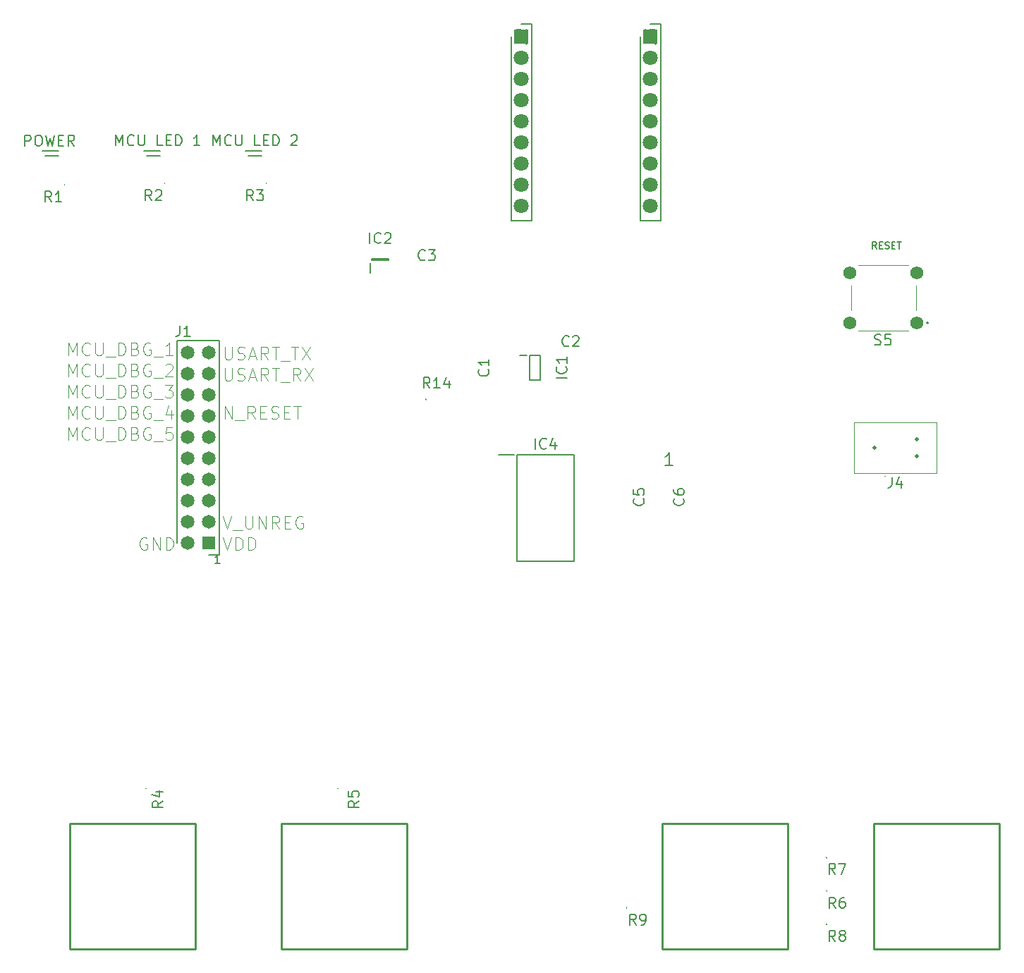
<source format=gbr>
%TF.GenerationSoftware,KiCad,Pcbnew,7.0.10*%
%TF.CreationDate,2024-12-08T15:27:32+00:00*%
%TF.ProjectId,buran,62757261-6e2e-46b6-9963-61645f706362,rev?*%
%TF.SameCoordinates,Original*%
%TF.FileFunction,Legend,Top*%
%TF.FilePolarity,Positive*%
%FSLAX46Y46*%
G04 Gerber Fmt 4.6, Leading zero omitted, Abs format (unit mm)*
G04 Created by KiCad (PCBNEW 7.0.10) date 2024-12-08 15:27:32*
%MOMM*%
%LPD*%
G01*
G04 APERTURE LIST*
%ADD10C,0.100000*%
%ADD11C,0.127000*%
%ADD12C,0.254000*%
%ADD13C,0.200000*%
%ADD14C,0.495000*%
%ADD15C,1.650000*%
%ADD16R,1.650000X1.650000*%
%ADD17R,1.800000X1.800000*%
%ADD18C,1.800000*%
%ADD19C,1.575000*%
G04 APERTURE END LIST*
D10*
X45696646Y-65856291D02*
X45696646Y-64332291D01*
X45696646Y-64332291D02*
X46204646Y-65420862D01*
X46204646Y-65420862D02*
X46712646Y-64332291D01*
X46712646Y-64332291D02*
X46712646Y-65856291D01*
X48309217Y-65711148D02*
X48236645Y-65783720D01*
X48236645Y-65783720D02*
X48018931Y-65856291D01*
X48018931Y-65856291D02*
X47873788Y-65856291D01*
X47873788Y-65856291D02*
X47656074Y-65783720D01*
X47656074Y-65783720D02*
X47510931Y-65638577D01*
X47510931Y-65638577D02*
X47438360Y-65493434D01*
X47438360Y-65493434D02*
X47365788Y-65203148D01*
X47365788Y-65203148D02*
X47365788Y-64985434D01*
X47365788Y-64985434D02*
X47438360Y-64695148D01*
X47438360Y-64695148D02*
X47510931Y-64550005D01*
X47510931Y-64550005D02*
X47656074Y-64404862D01*
X47656074Y-64404862D02*
X47873788Y-64332291D01*
X47873788Y-64332291D02*
X48018931Y-64332291D01*
X48018931Y-64332291D02*
X48236645Y-64404862D01*
X48236645Y-64404862D02*
X48309217Y-64477434D01*
X48962360Y-64332291D02*
X48962360Y-65566005D01*
X48962360Y-65566005D02*
X49034931Y-65711148D01*
X49034931Y-65711148D02*
X49107503Y-65783720D01*
X49107503Y-65783720D02*
X49252645Y-65856291D01*
X49252645Y-65856291D02*
X49542931Y-65856291D01*
X49542931Y-65856291D02*
X49688074Y-65783720D01*
X49688074Y-65783720D02*
X49760645Y-65711148D01*
X49760645Y-65711148D02*
X49833217Y-65566005D01*
X49833217Y-65566005D02*
X49833217Y-64332291D01*
X50196074Y-66001434D02*
X51357216Y-66001434D01*
X51720074Y-65856291D02*
X51720074Y-64332291D01*
X51720074Y-64332291D02*
X52082931Y-64332291D01*
X52082931Y-64332291D02*
X52300645Y-64404862D01*
X52300645Y-64404862D02*
X52445788Y-64550005D01*
X52445788Y-64550005D02*
X52518359Y-64695148D01*
X52518359Y-64695148D02*
X52590931Y-64985434D01*
X52590931Y-64985434D02*
X52590931Y-65203148D01*
X52590931Y-65203148D02*
X52518359Y-65493434D01*
X52518359Y-65493434D02*
X52445788Y-65638577D01*
X52445788Y-65638577D02*
X52300645Y-65783720D01*
X52300645Y-65783720D02*
X52082931Y-65856291D01*
X52082931Y-65856291D02*
X51720074Y-65856291D01*
X53752074Y-65058005D02*
X53969788Y-65130577D01*
X53969788Y-65130577D02*
X54042359Y-65203148D01*
X54042359Y-65203148D02*
X54114931Y-65348291D01*
X54114931Y-65348291D02*
X54114931Y-65566005D01*
X54114931Y-65566005D02*
X54042359Y-65711148D01*
X54042359Y-65711148D02*
X53969788Y-65783720D01*
X53969788Y-65783720D02*
X53824645Y-65856291D01*
X53824645Y-65856291D02*
X53244074Y-65856291D01*
X53244074Y-65856291D02*
X53244074Y-64332291D01*
X53244074Y-64332291D02*
X53752074Y-64332291D01*
X53752074Y-64332291D02*
X53897217Y-64404862D01*
X53897217Y-64404862D02*
X53969788Y-64477434D01*
X53969788Y-64477434D02*
X54042359Y-64622577D01*
X54042359Y-64622577D02*
X54042359Y-64767720D01*
X54042359Y-64767720D02*
X53969788Y-64912862D01*
X53969788Y-64912862D02*
X53897217Y-64985434D01*
X53897217Y-64985434D02*
X53752074Y-65058005D01*
X53752074Y-65058005D02*
X53244074Y-65058005D01*
X55566359Y-64404862D02*
X55421217Y-64332291D01*
X55421217Y-64332291D02*
X55203502Y-64332291D01*
X55203502Y-64332291D02*
X54985788Y-64404862D01*
X54985788Y-64404862D02*
X54840645Y-64550005D01*
X54840645Y-64550005D02*
X54768074Y-64695148D01*
X54768074Y-64695148D02*
X54695502Y-64985434D01*
X54695502Y-64985434D02*
X54695502Y-65203148D01*
X54695502Y-65203148D02*
X54768074Y-65493434D01*
X54768074Y-65493434D02*
X54840645Y-65638577D01*
X54840645Y-65638577D02*
X54985788Y-65783720D01*
X54985788Y-65783720D02*
X55203502Y-65856291D01*
X55203502Y-65856291D02*
X55348645Y-65856291D01*
X55348645Y-65856291D02*
X55566359Y-65783720D01*
X55566359Y-65783720D02*
X55638931Y-65711148D01*
X55638931Y-65711148D02*
X55638931Y-65203148D01*
X55638931Y-65203148D02*
X55348645Y-65203148D01*
X55929217Y-66001434D02*
X57090359Y-66001434D01*
X58178931Y-64332291D02*
X57453217Y-64332291D01*
X57453217Y-64332291D02*
X57380645Y-65058005D01*
X57380645Y-65058005D02*
X57453217Y-64985434D01*
X57453217Y-64985434D02*
X57598360Y-64912862D01*
X57598360Y-64912862D02*
X57961217Y-64912862D01*
X57961217Y-64912862D02*
X58106360Y-64985434D01*
X58106360Y-64985434D02*
X58178931Y-65058005D01*
X58178931Y-65058005D02*
X58251502Y-65203148D01*
X58251502Y-65203148D02*
X58251502Y-65566005D01*
X58251502Y-65566005D02*
X58178931Y-65711148D01*
X58178931Y-65711148D02*
X58106360Y-65783720D01*
X58106360Y-65783720D02*
X57961217Y-65856291D01*
X57961217Y-65856291D02*
X57598360Y-65856291D01*
X57598360Y-65856291D02*
X57453217Y-65783720D01*
X57453217Y-65783720D02*
X57380645Y-65711148D01*
X45696646Y-63316291D02*
X45696646Y-61792291D01*
X45696646Y-61792291D02*
X46204646Y-62880862D01*
X46204646Y-62880862D02*
X46712646Y-61792291D01*
X46712646Y-61792291D02*
X46712646Y-63316291D01*
X48309217Y-63171148D02*
X48236645Y-63243720D01*
X48236645Y-63243720D02*
X48018931Y-63316291D01*
X48018931Y-63316291D02*
X47873788Y-63316291D01*
X47873788Y-63316291D02*
X47656074Y-63243720D01*
X47656074Y-63243720D02*
X47510931Y-63098577D01*
X47510931Y-63098577D02*
X47438360Y-62953434D01*
X47438360Y-62953434D02*
X47365788Y-62663148D01*
X47365788Y-62663148D02*
X47365788Y-62445434D01*
X47365788Y-62445434D02*
X47438360Y-62155148D01*
X47438360Y-62155148D02*
X47510931Y-62010005D01*
X47510931Y-62010005D02*
X47656074Y-61864862D01*
X47656074Y-61864862D02*
X47873788Y-61792291D01*
X47873788Y-61792291D02*
X48018931Y-61792291D01*
X48018931Y-61792291D02*
X48236645Y-61864862D01*
X48236645Y-61864862D02*
X48309217Y-61937434D01*
X48962360Y-61792291D02*
X48962360Y-63026005D01*
X48962360Y-63026005D02*
X49034931Y-63171148D01*
X49034931Y-63171148D02*
X49107503Y-63243720D01*
X49107503Y-63243720D02*
X49252645Y-63316291D01*
X49252645Y-63316291D02*
X49542931Y-63316291D01*
X49542931Y-63316291D02*
X49688074Y-63243720D01*
X49688074Y-63243720D02*
X49760645Y-63171148D01*
X49760645Y-63171148D02*
X49833217Y-63026005D01*
X49833217Y-63026005D02*
X49833217Y-61792291D01*
X50196074Y-63461434D02*
X51357216Y-63461434D01*
X51720074Y-63316291D02*
X51720074Y-61792291D01*
X51720074Y-61792291D02*
X52082931Y-61792291D01*
X52082931Y-61792291D02*
X52300645Y-61864862D01*
X52300645Y-61864862D02*
X52445788Y-62010005D01*
X52445788Y-62010005D02*
X52518359Y-62155148D01*
X52518359Y-62155148D02*
X52590931Y-62445434D01*
X52590931Y-62445434D02*
X52590931Y-62663148D01*
X52590931Y-62663148D02*
X52518359Y-62953434D01*
X52518359Y-62953434D02*
X52445788Y-63098577D01*
X52445788Y-63098577D02*
X52300645Y-63243720D01*
X52300645Y-63243720D02*
X52082931Y-63316291D01*
X52082931Y-63316291D02*
X51720074Y-63316291D01*
X53752074Y-62518005D02*
X53969788Y-62590577D01*
X53969788Y-62590577D02*
X54042359Y-62663148D01*
X54042359Y-62663148D02*
X54114931Y-62808291D01*
X54114931Y-62808291D02*
X54114931Y-63026005D01*
X54114931Y-63026005D02*
X54042359Y-63171148D01*
X54042359Y-63171148D02*
X53969788Y-63243720D01*
X53969788Y-63243720D02*
X53824645Y-63316291D01*
X53824645Y-63316291D02*
X53244074Y-63316291D01*
X53244074Y-63316291D02*
X53244074Y-61792291D01*
X53244074Y-61792291D02*
X53752074Y-61792291D01*
X53752074Y-61792291D02*
X53897217Y-61864862D01*
X53897217Y-61864862D02*
X53969788Y-61937434D01*
X53969788Y-61937434D02*
X54042359Y-62082577D01*
X54042359Y-62082577D02*
X54042359Y-62227720D01*
X54042359Y-62227720D02*
X53969788Y-62372862D01*
X53969788Y-62372862D02*
X53897217Y-62445434D01*
X53897217Y-62445434D02*
X53752074Y-62518005D01*
X53752074Y-62518005D02*
X53244074Y-62518005D01*
X55566359Y-61864862D02*
X55421217Y-61792291D01*
X55421217Y-61792291D02*
X55203502Y-61792291D01*
X55203502Y-61792291D02*
X54985788Y-61864862D01*
X54985788Y-61864862D02*
X54840645Y-62010005D01*
X54840645Y-62010005D02*
X54768074Y-62155148D01*
X54768074Y-62155148D02*
X54695502Y-62445434D01*
X54695502Y-62445434D02*
X54695502Y-62663148D01*
X54695502Y-62663148D02*
X54768074Y-62953434D01*
X54768074Y-62953434D02*
X54840645Y-63098577D01*
X54840645Y-63098577D02*
X54985788Y-63243720D01*
X54985788Y-63243720D02*
X55203502Y-63316291D01*
X55203502Y-63316291D02*
X55348645Y-63316291D01*
X55348645Y-63316291D02*
X55566359Y-63243720D01*
X55566359Y-63243720D02*
X55638931Y-63171148D01*
X55638931Y-63171148D02*
X55638931Y-62663148D01*
X55638931Y-62663148D02*
X55348645Y-62663148D01*
X55929217Y-63461434D02*
X57090359Y-63461434D01*
X58106360Y-62300291D02*
X58106360Y-63316291D01*
X57743502Y-61719720D02*
X57380645Y-62808291D01*
X57380645Y-62808291D02*
X58324074Y-62808291D01*
X45696646Y-60776291D02*
X45696646Y-59252291D01*
X45696646Y-59252291D02*
X46204646Y-60340862D01*
X46204646Y-60340862D02*
X46712646Y-59252291D01*
X46712646Y-59252291D02*
X46712646Y-60776291D01*
X48309217Y-60631148D02*
X48236645Y-60703720D01*
X48236645Y-60703720D02*
X48018931Y-60776291D01*
X48018931Y-60776291D02*
X47873788Y-60776291D01*
X47873788Y-60776291D02*
X47656074Y-60703720D01*
X47656074Y-60703720D02*
X47510931Y-60558577D01*
X47510931Y-60558577D02*
X47438360Y-60413434D01*
X47438360Y-60413434D02*
X47365788Y-60123148D01*
X47365788Y-60123148D02*
X47365788Y-59905434D01*
X47365788Y-59905434D02*
X47438360Y-59615148D01*
X47438360Y-59615148D02*
X47510931Y-59470005D01*
X47510931Y-59470005D02*
X47656074Y-59324862D01*
X47656074Y-59324862D02*
X47873788Y-59252291D01*
X47873788Y-59252291D02*
X48018931Y-59252291D01*
X48018931Y-59252291D02*
X48236645Y-59324862D01*
X48236645Y-59324862D02*
X48309217Y-59397434D01*
X48962360Y-59252291D02*
X48962360Y-60486005D01*
X48962360Y-60486005D02*
X49034931Y-60631148D01*
X49034931Y-60631148D02*
X49107503Y-60703720D01*
X49107503Y-60703720D02*
X49252645Y-60776291D01*
X49252645Y-60776291D02*
X49542931Y-60776291D01*
X49542931Y-60776291D02*
X49688074Y-60703720D01*
X49688074Y-60703720D02*
X49760645Y-60631148D01*
X49760645Y-60631148D02*
X49833217Y-60486005D01*
X49833217Y-60486005D02*
X49833217Y-59252291D01*
X50196074Y-60921434D02*
X51357216Y-60921434D01*
X51720074Y-60776291D02*
X51720074Y-59252291D01*
X51720074Y-59252291D02*
X52082931Y-59252291D01*
X52082931Y-59252291D02*
X52300645Y-59324862D01*
X52300645Y-59324862D02*
X52445788Y-59470005D01*
X52445788Y-59470005D02*
X52518359Y-59615148D01*
X52518359Y-59615148D02*
X52590931Y-59905434D01*
X52590931Y-59905434D02*
X52590931Y-60123148D01*
X52590931Y-60123148D02*
X52518359Y-60413434D01*
X52518359Y-60413434D02*
X52445788Y-60558577D01*
X52445788Y-60558577D02*
X52300645Y-60703720D01*
X52300645Y-60703720D02*
X52082931Y-60776291D01*
X52082931Y-60776291D02*
X51720074Y-60776291D01*
X53752074Y-59978005D02*
X53969788Y-60050577D01*
X53969788Y-60050577D02*
X54042359Y-60123148D01*
X54042359Y-60123148D02*
X54114931Y-60268291D01*
X54114931Y-60268291D02*
X54114931Y-60486005D01*
X54114931Y-60486005D02*
X54042359Y-60631148D01*
X54042359Y-60631148D02*
X53969788Y-60703720D01*
X53969788Y-60703720D02*
X53824645Y-60776291D01*
X53824645Y-60776291D02*
X53244074Y-60776291D01*
X53244074Y-60776291D02*
X53244074Y-59252291D01*
X53244074Y-59252291D02*
X53752074Y-59252291D01*
X53752074Y-59252291D02*
X53897217Y-59324862D01*
X53897217Y-59324862D02*
X53969788Y-59397434D01*
X53969788Y-59397434D02*
X54042359Y-59542577D01*
X54042359Y-59542577D02*
X54042359Y-59687720D01*
X54042359Y-59687720D02*
X53969788Y-59832862D01*
X53969788Y-59832862D02*
X53897217Y-59905434D01*
X53897217Y-59905434D02*
X53752074Y-59978005D01*
X53752074Y-59978005D02*
X53244074Y-59978005D01*
X55566359Y-59324862D02*
X55421217Y-59252291D01*
X55421217Y-59252291D02*
X55203502Y-59252291D01*
X55203502Y-59252291D02*
X54985788Y-59324862D01*
X54985788Y-59324862D02*
X54840645Y-59470005D01*
X54840645Y-59470005D02*
X54768074Y-59615148D01*
X54768074Y-59615148D02*
X54695502Y-59905434D01*
X54695502Y-59905434D02*
X54695502Y-60123148D01*
X54695502Y-60123148D02*
X54768074Y-60413434D01*
X54768074Y-60413434D02*
X54840645Y-60558577D01*
X54840645Y-60558577D02*
X54985788Y-60703720D01*
X54985788Y-60703720D02*
X55203502Y-60776291D01*
X55203502Y-60776291D02*
X55348645Y-60776291D01*
X55348645Y-60776291D02*
X55566359Y-60703720D01*
X55566359Y-60703720D02*
X55638931Y-60631148D01*
X55638931Y-60631148D02*
X55638931Y-60123148D01*
X55638931Y-60123148D02*
X55348645Y-60123148D01*
X55929217Y-60921434D02*
X57090359Y-60921434D01*
X57308074Y-59252291D02*
X58251502Y-59252291D01*
X58251502Y-59252291D02*
X57743502Y-59832862D01*
X57743502Y-59832862D02*
X57961217Y-59832862D01*
X57961217Y-59832862D02*
X58106360Y-59905434D01*
X58106360Y-59905434D02*
X58178931Y-59978005D01*
X58178931Y-59978005D02*
X58251502Y-60123148D01*
X58251502Y-60123148D02*
X58251502Y-60486005D01*
X58251502Y-60486005D02*
X58178931Y-60631148D01*
X58178931Y-60631148D02*
X58106360Y-60703720D01*
X58106360Y-60703720D02*
X57961217Y-60776291D01*
X57961217Y-60776291D02*
X57525788Y-60776291D01*
X57525788Y-60776291D02*
X57380645Y-60703720D01*
X57380645Y-60703720D02*
X57308074Y-60631148D01*
X45696646Y-58236291D02*
X45696646Y-56712291D01*
X45696646Y-56712291D02*
X46204646Y-57800862D01*
X46204646Y-57800862D02*
X46712646Y-56712291D01*
X46712646Y-56712291D02*
X46712646Y-58236291D01*
X48309217Y-58091148D02*
X48236645Y-58163720D01*
X48236645Y-58163720D02*
X48018931Y-58236291D01*
X48018931Y-58236291D02*
X47873788Y-58236291D01*
X47873788Y-58236291D02*
X47656074Y-58163720D01*
X47656074Y-58163720D02*
X47510931Y-58018577D01*
X47510931Y-58018577D02*
X47438360Y-57873434D01*
X47438360Y-57873434D02*
X47365788Y-57583148D01*
X47365788Y-57583148D02*
X47365788Y-57365434D01*
X47365788Y-57365434D02*
X47438360Y-57075148D01*
X47438360Y-57075148D02*
X47510931Y-56930005D01*
X47510931Y-56930005D02*
X47656074Y-56784862D01*
X47656074Y-56784862D02*
X47873788Y-56712291D01*
X47873788Y-56712291D02*
X48018931Y-56712291D01*
X48018931Y-56712291D02*
X48236645Y-56784862D01*
X48236645Y-56784862D02*
X48309217Y-56857434D01*
X48962360Y-56712291D02*
X48962360Y-57946005D01*
X48962360Y-57946005D02*
X49034931Y-58091148D01*
X49034931Y-58091148D02*
X49107503Y-58163720D01*
X49107503Y-58163720D02*
X49252645Y-58236291D01*
X49252645Y-58236291D02*
X49542931Y-58236291D01*
X49542931Y-58236291D02*
X49688074Y-58163720D01*
X49688074Y-58163720D02*
X49760645Y-58091148D01*
X49760645Y-58091148D02*
X49833217Y-57946005D01*
X49833217Y-57946005D02*
X49833217Y-56712291D01*
X50196074Y-58381434D02*
X51357216Y-58381434D01*
X51720074Y-58236291D02*
X51720074Y-56712291D01*
X51720074Y-56712291D02*
X52082931Y-56712291D01*
X52082931Y-56712291D02*
X52300645Y-56784862D01*
X52300645Y-56784862D02*
X52445788Y-56930005D01*
X52445788Y-56930005D02*
X52518359Y-57075148D01*
X52518359Y-57075148D02*
X52590931Y-57365434D01*
X52590931Y-57365434D02*
X52590931Y-57583148D01*
X52590931Y-57583148D02*
X52518359Y-57873434D01*
X52518359Y-57873434D02*
X52445788Y-58018577D01*
X52445788Y-58018577D02*
X52300645Y-58163720D01*
X52300645Y-58163720D02*
X52082931Y-58236291D01*
X52082931Y-58236291D02*
X51720074Y-58236291D01*
X53752074Y-57438005D02*
X53969788Y-57510577D01*
X53969788Y-57510577D02*
X54042359Y-57583148D01*
X54042359Y-57583148D02*
X54114931Y-57728291D01*
X54114931Y-57728291D02*
X54114931Y-57946005D01*
X54114931Y-57946005D02*
X54042359Y-58091148D01*
X54042359Y-58091148D02*
X53969788Y-58163720D01*
X53969788Y-58163720D02*
X53824645Y-58236291D01*
X53824645Y-58236291D02*
X53244074Y-58236291D01*
X53244074Y-58236291D02*
X53244074Y-56712291D01*
X53244074Y-56712291D02*
X53752074Y-56712291D01*
X53752074Y-56712291D02*
X53897217Y-56784862D01*
X53897217Y-56784862D02*
X53969788Y-56857434D01*
X53969788Y-56857434D02*
X54042359Y-57002577D01*
X54042359Y-57002577D02*
X54042359Y-57147720D01*
X54042359Y-57147720D02*
X53969788Y-57292862D01*
X53969788Y-57292862D02*
X53897217Y-57365434D01*
X53897217Y-57365434D02*
X53752074Y-57438005D01*
X53752074Y-57438005D02*
X53244074Y-57438005D01*
X55566359Y-56784862D02*
X55421217Y-56712291D01*
X55421217Y-56712291D02*
X55203502Y-56712291D01*
X55203502Y-56712291D02*
X54985788Y-56784862D01*
X54985788Y-56784862D02*
X54840645Y-56930005D01*
X54840645Y-56930005D02*
X54768074Y-57075148D01*
X54768074Y-57075148D02*
X54695502Y-57365434D01*
X54695502Y-57365434D02*
X54695502Y-57583148D01*
X54695502Y-57583148D02*
X54768074Y-57873434D01*
X54768074Y-57873434D02*
X54840645Y-58018577D01*
X54840645Y-58018577D02*
X54985788Y-58163720D01*
X54985788Y-58163720D02*
X55203502Y-58236291D01*
X55203502Y-58236291D02*
X55348645Y-58236291D01*
X55348645Y-58236291D02*
X55566359Y-58163720D01*
X55566359Y-58163720D02*
X55638931Y-58091148D01*
X55638931Y-58091148D02*
X55638931Y-57583148D01*
X55638931Y-57583148D02*
X55348645Y-57583148D01*
X55929217Y-58381434D02*
X57090359Y-58381434D01*
X57380645Y-56857434D02*
X57453217Y-56784862D01*
X57453217Y-56784862D02*
X57598360Y-56712291D01*
X57598360Y-56712291D02*
X57961217Y-56712291D01*
X57961217Y-56712291D02*
X58106360Y-56784862D01*
X58106360Y-56784862D02*
X58178931Y-56857434D01*
X58178931Y-56857434D02*
X58251502Y-57002577D01*
X58251502Y-57002577D02*
X58251502Y-57147720D01*
X58251502Y-57147720D02*
X58178931Y-57365434D01*
X58178931Y-57365434D02*
X57308074Y-58236291D01*
X57308074Y-58236291D02*
X58251502Y-58236291D01*
X45696646Y-55696291D02*
X45696646Y-54172291D01*
X45696646Y-54172291D02*
X46204646Y-55260862D01*
X46204646Y-55260862D02*
X46712646Y-54172291D01*
X46712646Y-54172291D02*
X46712646Y-55696291D01*
X48309217Y-55551148D02*
X48236645Y-55623720D01*
X48236645Y-55623720D02*
X48018931Y-55696291D01*
X48018931Y-55696291D02*
X47873788Y-55696291D01*
X47873788Y-55696291D02*
X47656074Y-55623720D01*
X47656074Y-55623720D02*
X47510931Y-55478577D01*
X47510931Y-55478577D02*
X47438360Y-55333434D01*
X47438360Y-55333434D02*
X47365788Y-55043148D01*
X47365788Y-55043148D02*
X47365788Y-54825434D01*
X47365788Y-54825434D02*
X47438360Y-54535148D01*
X47438360Y-54535148D02*
X47510931Y-54390005D01*
X47510931Y-54390005D02*
X47656074Y-54244862D01*
X47656074Y-54244862D02*
X47873788Y-54172291D01*
X47873788Y-54172291D02*
X48018931Y-54172291D01*
X48018931Y-54172291D02*
X48236645Y-54244862D01*
X48236645Y-54244862D02*
X48309217Y-54317434D01*
X48962360Y-54172291D02*
X48962360Y-55406005D01*
X48962360Y-55406005D02*
X49034931Y-55551148D01*
X49034931Y-55551148D02*
X49107503Y-55623720D01*
X49107503Y-55623720D02*
X49252645Y-55696291D01*
X49252645Y-55696291D02*
X49542931Y-55696291D01*
X49542931Y-55696291D02*
X49688074Y-55623720D01*
X49688074Y-55623720D02*
X49760645Y-55551148D01*
X49760645Y-55551148D02*
X49833217Y-55406005D01*
X49833217Y-55406005D02*
X49833217Y-54172291D01*
X50196074Y-55841434D02*
X51357216Y-55841434D01*
X51720074Y-55696291D02*
X51720074Y-54172291D01*
X51720074Y-54172291D02*
X52082931Y-54172291D01*
X52082931Y-54172291D02*
X52300645Y-54244862D01*
X52300645Y-54244862D02*
X52445788Y-54390005D01*
X52445788Y-54390005D02*
X52518359Y-54535148D01*
X52518359Y-54535148D02*
X52590931Y-54825434D01*
X52590931Y-54825434D02*
X52590931Y-55043148D01*
X52590931Y-55043148D02*
X52518359Y-55333434D01*
X52518359Y-55333434D02*
X52445788Y-55478577D01*
X52445788Y-55478577D02*
X52300645Y-55623720D01*
X52300645Y-55623720D02*
X52082931Y-55696291D01*
X52082931Y-55696291D02*
X51720074Y-55696291D01*
X53752074Y-54898005D02*
X53969788Y-54970577D01*
X53969788Y-54970577D02*
X54042359Y-55043148D01*
X54042359Y-55043148D02*
X54114931Y-55188291D01*
X54114931Y-55188291D02*
X54114931Y-55406005D01*
X54114931Y-55406005D02*
X54042359Y-55551148D01*
X54042359Y-55551148D02*
X53969788Y-55623720D01*
X53969788Y-55623720D02*
X53824645Y-55696291D01*
X53824645Y-55696291D02*
X53244074Y-55696291D01*
X53244074Y-55696291D02*
X53244074Y-54172291D01*
X53244074Y-54172291D02*
X53752074Y-54172291D01*
X53752074Y-54172291D02*
X53897217Y-54244862D01*
X53897217Y-54244862D02*
X53969788Y-54317434D01*
X53969788Y-54317434D02*
X54042359Y-54462577D01*
X54042359Y-54462577D02*
X54042359Y-54607720D01*
X54042359Y-54607720D02*
X53969788Y-54752862D01*
X53969788Y-54752862D02*
X53897217Y-54825434D01*
X53897217Y-54825434D02*
X53752074Y-54898005D01*
X53752074Y-54898005D02*
X53244074Y-54898005D01*
X55566359Y-54244862D02*
X55421217Y-54172291D01*
X55421217Y-54172291D02*
X55203502Y-54172291D01*
X55203502Y-54172291D02*
X54985788Y-54244862D01*
X54985788Y-54244862D02*
X54840645Y-54390005D01*
X54840645Y-54390005D02*
X54768074Y-54535148D01*
X54768074Y-54535148D02*
X54695502Y-54825434D01*
X54695502Y-54825434D02*
X54695502Y-55043148D01*
X54695502Y-55043148D02*
X54768074Y-55333434D01*
X54768074Y-55333434D02*
X54840645Y-55478577D01*
X54840645Y-55478577D02*
X54985788Y-55623720D01*
X54985788Y-55623720D02*
X55203502Y-55696291D01*
X55203502Y-55696291D02*
X55348645Y-55696291D01*
X55348645Y-55696291D02*
X55566359Y-55623720D01*
X55566359Y-55623720D02*
X55638931Y-55551148D01*
X55638931Y-55551148D02*
X55638931Y-55043148D01*
X55638931Y-55043148D02*
X55348645Y-55043148D01*
X55929217Y-55841434D02*
X57090359Y-55841434D01*
X58251502Y-55696291D02*
X57380645Y-55696291D01*
X57816074Y-55696291D02*
X57816074Y-54172291D01*
X57816074Y-54172291D02*
X57670931Y-54390005D01*
X57670931Y-54390005D02*
X57525788Y-54535148D01*
X57525788Y-54535148D02*
X57380645Y-54607720D01*
D11*
X118260694Y-68950887D02*
X117389837Y-68950887D01*
X117825266Y-68950887D02*
X117825266Y-67426887D01*
X117825266Y-67426887D02*
X117680123Y-67644601D01*
X117680123Y-67644601D02*
X117534980Y-67789744D01*
X117534980Y-67789744D02*
X117389837Y-67862316D01*
D10*
X64274931Y-75000291D02*
X64782931Y-76524291D01*
X64782931Y-76524291D02*
X65290931Y-75000291D01*
X65436075Y-76669434D02*
X66597217Y-76669434D01*
X66960075Y-75000291D02*
X66960075Y-76234005D01*
X66960075Y-76234005D02*
X67032646Y-76379148D01*
X67032646Y-76379148D02*
X67105218Y-76451720D01*
X67105218Y-76451720D02*
X67250360Y-76524291D01*
X67250360Y-76524291D02*
X67540646Y-76524291D01*
X67540646Y-76524291D02*
X67685789Y-76451720D01*
X67685789Y-76451720D02*
X67758360Y-76379148D01*
X67758360Y-76379148D02*
X67830932Y-76234005D01*
X67830932Y-76234005D02*
X67830932Y-75000291D01*
X68556646Y-76524291D02*
X68556646Y-75000291D01*
X68556646Y-75000291D02*
X69427503Y-76524291D01*
X69427503Y-76524291D02*
X69427503Y-75000291D01*
X71024074Y-76524291D02*
X70516074Y-75798577D01*
X70153217Y-76524291D02*
X70153217Y-75000291D01*
X70153217Y-75000291D02*
X70733788Y-75000291D01*
X70733788Y-75000291D02*
X70878931Y-75072862D01*
X70878931Y-75072862D02*
X70951502Y-75145434D01*
X70951502Y-75145434D02*
X71024074Y-75290577D01*
X71024074Y-75290577D02*
X71024074Y-75508291D01*
X71024074Y-75508291D02*
X70951502Y-75653434D01*
X70951502Y-75653434D02*
X70878931Y-75726005D01*
X70878931Y-75726005D02*
X70733788Y-75798577D01*
X70733788Y-75798577D02*
X70153217Y-75798577D01*
X71677217Y-75726005D02*
X72185217Y-75726005D01*
X72402931Y-76524291D02*
X71677217Y-76524291D01*
X71677217Y-76524291D02*
X71677217Y-75000291D01*
X71677217Y-75000291D02*
X72402931Y-75000291D01*
X73854359Y-75072862D02*
X73709217Y-75000291D01*
X73709217Y-75000291D02*
X73491502Y-75000291D01*
X73491502Y-75000291D02*
X73273788Y-75072862D01*
X73273788Y-75072862D02*
X73128645Y-75218005D01*
X73128645Y-75218005D02*
X73056074Y-75363148D01*
X73056074Y-75363148D02*
X72983502Y-75653434D01*
X72983502Y-75653434D02*
X72983502Y-75871148D01*
X72983502Y-75871148D02*
X73056074Y-76161434D01*
X73056074Y-76161434D02*
X73128645Y-76306577D01*
X73128645Y-76306577D02*
X73273788Y-76451720D01*
X73273788Y-76451720D02*
X73491502Y-76524291D01*
X73491502Y-76524291D02*
X73636645Y-76524291D01*
X73636645Y-76524291D02*
X73854359Y-76451720D01*
X73854359Y-76451720D02*
X73926931Y-76379148D01*
X73926931Y-76379148D02*
X73926931Y-75871148D01*
X73926931Y-75871148D02*
X73636645Y-75871148D01*
X64492646Y-57220291D02*
X64492646Y-58454005D01*
X64492646Y-58454005D02*
X64565217Y-58599148D01*
X64565217Y-58599148D02*
X64637789Y-58671720D01*
X64637789Y-58671720D02*
X64782931Y-58744291D01*
X64782931Y-58744291D02*
X65073217Y-58744291D01*
X65073217Y-58744291D02*
X65218360Y-58671720D01*
X65218360Y-58671720D02*
X65290931Y-58599148D01*
X65290931Y-58599148D02*
X65363503Y-58454005D01*
X65363503Y-58454005D02*
X65363503Y-57220291D01*
X66016645Y-58671720D02*
X66234360Y-58744291D01*
X66234360Y-58744291D02*
X66597217Y-58744291D01*
X66597217Y-58744291D02*
X66742360Y-58671720D01*
X66742360Y-58671720D02*
X66814931Y-58599148D01*
X66814931Y-58599148D02*
X66887502Y-58454005D01*
X66887502Y-58454005D02*
X66887502Y-58308862D01*
X66887502Y-58308862D02*
X66814931Y-58163720D01*
X66814931Y-58163720D02*
X66742360Y-58091148D01*
X66742360Y-58091148D02*
X66597217Y-58018577D01*
X66597217Y-58018577D02*
X66306931Y-57946005D01*
X66306931Y-57946005D02*
X66161788Y-57873434D01*
X66161788Y-57873434D02*
X66089217Y-57800862D01*
X66089217Y-57800862D02*
X66016645Y-57655720D01*
X66016645Y-57655720D02*
X66016645Y-57510577D01*
X66016645Y-57510577D02*
X66089217Y-57365434D01*
X66089217Y-57365434D02*
X66161788Y-57292862D01*
X66161788Y-57292862D02*
X66306931Y-57220291D01*
X66306931Y-57220291D02*
X66669788Y-57220291D01*
X66669788Y-57220291D02*
X66887502Y-57292862D01*
X67468074Y-58308862D02*
X68193789Y-58308862D01*
X67322931Y-58744291D02*
X67830931Y-57220291D01*
X67830931Y-57220291D02*
X68338931Y-58744291D01*
X69717789Y-58744291D02*
X69209789Y-58018577D01*
X68846932Y-58744291D02*
X68846932Y-57220291D01*
X68846932Y-57220291D02*
X69427503Y-57220291D01*
X69427503Y-57220291D02*
X69572646Y-57292862D01*
X69572646Y-57292862D02*
X69645217Y-57365434D01*
X69645217Y-57365434D02*
X69717789Y-57510577D01*
X69717789Y-57510577D02*
X69717789Y-57728291D01*
X69717789Y-57728291D02*
X69645217Y-57873434D01*
X69645217Y-57873434D02*
X69572646Y-57946005D01*
X69572646Y-57946005D02*
X69427503Y-58018577D01*
X69427503Y-58018577D02*
X68846932Y-58018577D01*
X70153217Y-57220291D02*
X71024075Y-57220291D01*
X70588646Y-58744291D02*
X70588646Y-57220291D01*
X71169218Y-58889434D02*
X72330360Y-58889434D01*
X73564075Y-58744291D02*
X73056075Y-58018577D01*
X72693218Y-58744291D02*
X72693218Y-57220291D01*
X72693218Y-57220291D02*
X73273789Y-57220291D01*
X73273789Y-57220291D02*
X73418932Y-57292862D01*
X73418932Y-57292862D02*
X73491503Y-57365434D01*
X73491503Y-57365434D02*
X73564075Y-57510577D01*
X73564075Y-57510577D02*
X73564075Y-57728291D01*
X73564075Y-57728291D02*
X73491503Y-57873434D01*
X73491503Y-57873434D02*
X73418932Y-57946005D01*
X73418932Y-57946005D02*
X73273789Y-58018577D01*
X73273789Y-58018577D02*
X72693218Y-58018577D01*
X74072075Y-57220291D02*
X75088075Y-58744291D01*
X75088075Y-57220291D02*
X74072075Y-58744291D01*
X64274931Y-77540291D02*
X64782931Y-79064291D01*
X64782931Y-79064291D02*
X65290931Y-77540291D01*
X65798932Y-79064291D02*
X65798932Y-77540291D01*
X65798932Y-77540291D02*
X66161789Y-77540291D01*
X66161789Y-77540291D02*
X66379503Y-77612862D01*
X66379503Y-77612862D02*
X66524646Y-77758005D01*
X66524646Y-77758005D02*
X66597217Y-77903148D01*
X66597217Y-77903148D02*
X66669789Y-78193434D01*
X66669789Y-78193434D02*
X66669789Y-78411148D01*
X66669789Y-78411148D02*
X66597217Y-78701434D01*
X66597217Y-78701434D02*
X66524646Y-78846577D01*
X66524646Y-78846577D02*
X66379503Y-78991720D01*
X66379503Y-78991720D02*
X66161789Y-79064291D01*
X66161789Y-79064291D02*
X65798932Y-79064291D01*
X67322932Y-79064291D02*
X67322932Y-77540291D01*
X67322932Y-77540291D02*
X67685789Y-77540291D01*
X67685789Y-77540291D02*
X67903503Y-77612862D01*
X67903503Y-77612862D02*
X68048646Y-77758005D01*
X68048646Y-77758005D02*
X68121217Y-77903148D01*
X68121217Y-77903148D02*
X68193789Y-78193434D01*
X68193789Y-78193434D02*
X68193789Y-78411148D01*
X68193789Y-78411148D02*
X68121217Y-78701434D01*
X68121217Y-78701434D02*
X68048646Y-78846577D01*
X68048646Y-78846577D02*
X67903503Y-78991720D01*
X67903503Y-78991720D02*
X67685789Y-79064291D01*
X67685789Y-79064291D02*
X67322932Y-79064291D01*
D11*
X142741532Y-42893924D02*
X142470599Y-42506877D01*
X142277075Y-42893924D02*
X142277075Y-42081124D01*
X142277075Y-42081124D02*
X142586713Y-42081124D01*
X142586713Y-42081124D02*
X142664123Y-42119829D01*
X142664123Y-42119829D02*
X142702828Y-42158534D01*
X142702828Y-42158534D02*
X142741532Y-42235943D01*
X142741532Y-42235943D02*
X142741532Y-42352058D01*
X142741532Y-42352058D02*
X142702828Y-42429467D01*
X142702828Y-42429467D02*
X142664123Y-42468172D01*
X142664123Y-42468172D02*
X142586713Y-42506877D01*
X142586713Y-42506877D02*
X142277075Y-42506877D01*
X143089875Y-42468172D02*
X143360809Y-42468172D01*
X143476923Y-42893924D02*
X143089875Y-42893924D01*
X143089875Y-42893924D02*
X143089875Y-42081124D01*
X143089875Y-42081124D02*
X143476923Y-42081124D01*
X143786561Y-42855220D02*
X143902675Y-42893924D01*
X143902675Y-42893924D02*
X144096199Y-42893924D01*
X144096199Y-42893924D02*
X144173608Y-42855220D01*
X144173608Y-42855220D02*
X144212313Y-42816515D01*
X144212313Y-42816515D02*
X144251018Y-42739105D01*
X144251018Y-42739105D02*
X144251018Y-42661696D01*
X144251018Y-42661696D02*
X144212313Y-42584286D01*
X144212313Y-42584286D02*
X144173608Y-42545581D01*
X144173608Y-42545581D02*
X144096199Y-42506877D01*
X144096199Y-42506877D02*
X143941380Y-42468172D01*
X143941380Y-42468172D02*
X143863970Y-42429467D01*
X143863970Y-42429467D02*
X143825265Y-42390762D01*
X143825265Y-42390762D02*
X143786561Y-42313353D01*
X143786561Y-42313353D02*
X143786561Y-42235943D01*
X143786561Y-42235943D02*
X143825265Y-42158534D01*
X143825265Y-42158534D02*
X143863970Y-42119829D01*
X143863970Y-42119829D02*
X143941380Y-42081124D01*
X143941380Y-42081124D02*
X144134903Y-42081124D01*
X144134903Y-42081124D02*
X144251018Y-42119829D01*
X144599360Y-42468172D02*
X144870294Y-42468172D01*
X144986408Y-42893924D02*
X144599360Y-42893924D01*
X144599360Y-42893924D02*
X144599360Y-42081124D01*
X144599360Y-42081124D02*
X144986408Y-42081124D01*
X145218636Y-42081124D02*
X145683093Y-42081124D01*
X145450865Y-42893924D02*
X145450865Y-42081124D01*
D10*
X64492646Y-63316291D02*
X64492646Y-61792291D01*
X64492646Y-61792291D02*
X65363503Y-63316291D01*
X65363503Y-63316291D02*
X65363503Y-61792291D01*
X65726360Y-63461434D02*
X66887502Y-63461434D01*
X68121217Y-63316291D02*
X67613217Y-62590577D01*
X67250360Y-63316291D02*
X67250360Y-61792291D01*
X67250360Y-61792291D02*
X67830931Y-61792291D01*
X67830931Y-61792291D02*
X67976074Y-61864862D01*
X67976074Y-61864862D02*
X68048645Y-61937434D01*
X68048645Y-61937434D02*
X68121217Y-62082577D01*
X68121217Y-62082577D02*
X68121217Y-62300291D01*
X68121217Y-62300291D02*
X68048645Y-62445434D01*
X68048645Y-62445434D02*
X67976074Y-62518005D01*
X67976074Y-62518005D02*
X67830931Y-62590577D01*
X67830931Y-62590577D02*
X67250360Y-62590577D01*
X68774360Y-62518005D02*
X69282360Y-62518005D01*
X69500074Y-63316291D02*
X68774360Y-63316291D01*
X68774360Y-63316291D02*
X68774360Y-61792291D01*
X68774360Y-61792291D02*
X69500074Y-61792291D01*
X70080645Y-63243720D02*
X70298360Y-63316291D01*
X70298360Y-63316291D02*
X70661217Y-63316291D01*
X70661217Y-63316291D02*
X70806360Y-63243720D01*
X70806360Y-63243720D02*
X70878931Y-63171148D01*
X70878931Y-63171148D02*
X70951502Y-63026005D01*
X70951502Y-63026005D02*
X70951502Y-62880862D01*
X70951502Y-62880862D02*
X70878931Y-62735720D01*
X70878931Y-62735720D02*
X70806360Y-62663148D01*
X70806360Y-62663148D02*
X70661217Y-62590577D01*
X70661217Y-62590577D02*
X70370931Y-62518005D01*
X70370931Y-62518005D02*
X70225788Y-62445434D01*
X70225788Y-62445434D02*
X70153217Y-62372862D01*
X70153217Y-62372862D02*
X70080645Y-62227720D01*
X70080645Y-62227720D02*
X70080645Y-62082577D01*
X70080645Y-62082577D02*
X70153217Y-61937434D01*
X70153217Y-61937434D02*
X70225788Y-61864862D01*
X70225788Y-61864862D02*
X70370931Y-61792291D01*
X70370931Y-61792291D02*
X70733788Y-61792291D01*
X70733788Y-61792291D02*
X70951502Y-61864862D01*
X71604646Y-62518005D02*
X72112646Y-62518005D01*
X72330360Y-63316291D02*
X71604646Y-63316291D01*
X71604646Y-63316291D02*
X71604646Y-61792291D01*
X71604646Y-61792291D02*
X72330360Y-61792291D01*
X72765788Y-61792291D02*
X73636646Y-61792291D01*
X73201217Y-63316291D02*
X73201217Y-61792291D01*
X55130931Y-77612862D02*
X54985789Y-77540291D01*
X54985789Y-77540291D02*
X54768074Y-77540291D01*
X54768074Y-77540291D02*
X54550360Y-77612862D01*
X54550360Y-77612862D02*
X54405217Y-77758005D01*
X54405217Y-77758005D02*
X54332646Y-77903148D01*
X54332646Y-77903148D02*
X54260074Y-78193434D01*
X54260074Y-78193434D02*
X54260074Y-78411148D01*
X54260074Y-78411148D02*
X54332646Y-78701434D01*
X54332646Y-78701434D02*
X54405217Y-78846577D01*
X54405217Y-78846577D02*
X54550360Y-78991720D01*
X54550360Y-78991720D02*
X54768074Y-79064291D01*
X54768074Y-79064291D02*
X54913217Y-79064291D01*
X54913217Y-79064291D02*
X55130931Y-78991720D01*
X55130931Y-78991720D02*
X55203503Y-78919148D01*
X55203503Y-78919148D02*
X55203503Y-78411148D01*
X55203503Y-78411148D02*
X54913217Y-78411148D01*
X55856646Y-79064291D02*
X55856646Y-77540291D01*
X55856646Y-77540291D02*
X56727503Y-79064291D01*
X56727503Y-79064291D02*
X56727503Y-77540291D01*
X57453217Y-79064291D02*
X57453217Y-77540291D01*
X57453217Y-77540291D02*
X57816074Y-77540291D01*
X57816074Y-77540291D02*
X58033788Y-77612862D01*
X58033788Y-77612862D02*
X58178931Y-77758005D01*
X58178931Y-77758005D02*
X58251502Y-77903148D01*
X58251502Y-77903148D02*
X58324074Y-78193434D01*
X58324074Y-78193434D02*
X58324074Y-78411148D01*
X58324074Y-78411148D02*
X58251502Y-78701434D01*
X58251502Y-78701434D02*
X58178931Y-78846577D01*
X58178931Y-78846577D02*
X58033788Y-78991720D01*
X58033788Y-78991720D02*
X57816074Y-79064291D01*
X57816074Y-79064291D02*
X57453217Y-79064291D01*
D11*
X63893456Y-80651015D02*
X63322028Y-80651015D01*
X63607742Y-80651015D02*
X63607742Y-79651015D01*
X63607742Y-79651015D02*
X63512504Y-79793872D01*
X63512504Y-79793872D02*
X63417266Y-79889110D01*
X63417266Y-79889110D02*
X63322028Y-79936729D01*
D10*
X64492646Y-54680291D02*
X64492646Y-55914005D01*
X64492646Y-55914005D02*
X64565217Y-56059148D01*
X64565217Y-56059148D02*
X64637789Y-56131720D01*
X64637789Y-56131720D02*
X64782931Y-56204291D01*
X64782931Y-56204291D02*
X65073217Y-56204291D01*
X65073217Y-56204291D02*
X65218360Y-56131720D01*
X65218360Y-56131720D02*
X65290931Y-56059148D01*
X65290931Y-56059148D02*
X65363503Y-55914005D01*
X65363503Y-55914005D02*
X65363503Y-54680291D01*
X66016645Y-56131720D02*
X66234360Y-56204291D01*
X66234360Y-56204291D02*
X66597217Y-56204291D01*
X66597217Y-56204291D02*
X66742360Y-56131720D01*
X66742360Y-56131720D02*
X66814931Y-56059148D01*
X66814931Y-56059148D02*
X66887502Y-55914005D01*
X66887502Y-55914005D02*
X66887502Y-55768862D01*
X66887502Y-55768862D02*
X66814931Y-55623720D01*
X66814931Y-55623720D02*
X66742360Y-55551148D01*
X66742360Y-55551148D02*
X66597217Y-55478577D01*
X66597217Y-55478577D02*
X66306931Y-55406005D01*
X66306931Y-55406005D02*
X66161788Y-55333434D01*
X66161788Y-55333434D02*
X66089217Y-55260862D01*
X66089217Y-55260862D02*
X66016645Y-55115720D01*
X66016645Y-55115720D02*
X66016645Y-54970577D01*
X66016645Y-54970577D02*
X66089217Y-54825434D01*
X66089217Y-54825434D02*
X66161788Y-54752862D01*
X66161788Y-54752862D02*
X66306931Y-54680291D01*
X66306931Y-54680291D02*
X66669788Y-54680291D01*
X66669788Y-54680291D02*
X66887502Y-54752862D01*
X67468074Y-55768862D02*
X68193789Y-55768862D01*
X67322931Y-56204291D02*
X67830931Y-54680291D01*
X67830931Y-54680291D02*
X68338931Y-56204291D01*
X69717789Y-56204291D02*
X69209789Y-55478577D01*
X68846932Y-56204291D02*
X68846932Y-54680291D01*
X68846932Y-54680291D02*
X69427503Y-54680291D01*
X69427503Y-54680291D02*
X69572646Y-54752862D01*
X69572646Y-54752862D02*
X69645217Y-54825434D01*
X69645217Y-54825434D02*
X69717789Y-54970577D01*
X69717789Y-54970577D02*
X69717789Y-55188291D01*
X69717789Y-55188291D02*
X69645217Y-55333434D01*
X69645217Y-55333434D02*
X69572646Y-55406005D01*
X69572646Y-55406005D02*
X69427503Y-55478577D01*
X69427503Y-55478577D02*
X68846932Y-55478577D01*
X70153217Y-54680291D02*
X71024075Y-54680291D01*
X70588646Y-56204291D02*
X70588646Y-54680291D01*
X71169218Y-56349434D02*
X72330360Y-56349434D01*
X72475503Y-54680291D02*
X73346361Y-54680291D01*
X72910932Y-56204291D02*
X72910932Y-54680291D01*
X73709218Y-54680291D02*
X74725218Y-56204291D01*
X74725218Y-54680291D02*
X73709218Y-56204291D01*
D11*
X101760237Y-66937922D02*
X101760237Y-65667922D01*
X103090714Y-66816969D02*
X103030238Y-66877446D01*
X103030238Y-66877446D02*
X102848809Y-66937922D01*
X102848809Y-66937922D02*
X102727857Y-66937922D01*
X102727857Y-66937922D02*
X102546428Y-66877446D01*
X102546428Y-66877446D02*
X102425476Y-66756493D01*
X102425476Y-66756493D02*
X102364999Y-66635541D01*
X102364999Y-66635541D02*
X102304523Y-66393636D01*
X102304523Y-66393636D02*
X102304523Y-66212207D01*
X102304523Y-66212207D02*
X102364999Y-65970303D01*
X102364999Y-65970303D02*
X102425476Y-65849350D01*
X102425476Y-65849350D02*
X102546428Y-65728398D01*
X102546428Y-65728398D02*
X102727857Y-65667922D01*
X102727857Y-65667922D02*
X102848809Y-65667922D01*
X102848809Y-65667922D02*
X103030238Y-65728398D01*
X103030238Y-65728398D02*
X103090714Y-65788874D01*
X104179285Y-66091255D02*
X104179285Y-66937922D01*
X103876904Y-65607446D02*
X103574523Y-66514588D01*
X103574523Y-66514588D02*
X104360714Y-66514588D01*
X137788333Y-126030922D02*
X137364999Y-125426160D01*
X137062618Y-126030922D02*
X137062618Y-124760922D01*
X137062618Y-124760922D02*
X137546428Y-124760922D01*
X137546428Y-124760922D02*
X137667380Y-124821398D01*
X137667380Y-124821398D02*
X137727857Y-124881874D01*
X137727857Y-124881874D02*
X137788333Y-125002826D01*
X137788333Y-125002826D02*
X137788333Y-125184255D01*
X137788333Y-125184255D02*
X137727857Y-125305207D01*
X137727857Y-125305207D02*
X137667380Y-125365684D01*
X137667380Y-125365684D02*
X137546428Y-125426160D01*
X137546428Y-125426160D02*
X137062618Y-125426160D01*
X138514047Y-125305207D02*
X138393095Y-125244731D01*
X138393095Y-125244731D02*
X138332618Y-125184255D01*
X138332618Y-125184255D02*
X138272142Y-125063303D01*
X138272142Y-125063303D02*
X138272142Y-125002826D01*
X138272142Y-125002826D02*
X138332618Y-124881874D01*
X138332618Y-124881874D02*
X138393095Y-124821398D01*
X138393095Y-124821398D02*
X138514047Y-124760922D01*
X138514047Y-124760922D02*
X138755952Y-124760922D01*
X138755952Y-124760922D02*
X138876904Y-124821398D01*
X138876904Y-124821398D02*
X138937380Y-124881874D01*
X138937380Y-124881874D02*
X138997857Y-125002826D01*
X138997857Y-125002826D02*
X138997857Y-125063303D01*
X138997857Y-125063303D02*
X138937380Y-125184255D01*
X138937380Y-125184255D02*
X138876904Y-125244731D01*
X138876904Y-125244731D02*
X138755952Y-125305207D01*
X138755952Y-125305207D02*
X138514047Y-125305207D01*
X138514047Y-125305207D02*
X138393095Y-125365684D01*
X138393095Y-125365684D02*
X138332618Y-125426160D01*
X138332618Y-125426160D02*
X138272142Y-125547112D01*
X138272142Y-125547112D02*
X138272142Y-125789017D01*
X138272142Y-125789017D02*
X138332618Y-125909969D01*
X138332618Y-125909969D02*
X138393095Y-125970446D01*
X138393095Y-125970446D02*
X138514047Y-126030922D01*
X138514047Y-126030922D02*
X138755952Y-126030922D01*
X138755952Y-126030922D02*
X138876904Y-125970446D01*
X138876904Y-125970446D02*
X138937380Y-125909969D01*
X138937380Y-125909969D02*
X138997857Y-125789017D01*
X138997857Y-125789017D02*
X138997857Y-125547112D01*
X138997857Y-125547112D02*
X138937380Y-125426160D01*
X138937380Y-125426160D02*
X138876904Y-125365684D01*
X138876904Y-125365684D02*
X138755952Y-125305207D01*
X137788333Y-117980046D02*
X137364999Y-117375284D01*
X137062618Y-117980046D02*
X137062618Y-116710046D01*
X137062618Y-116710046D02*
X137546428Y-116710046D01*
X137546428Y-116710046D02*
X137667380Y-116770522D01*
X137667380Y-116770522D02*
X137727857Y-116830998D01*
X137727857Y-116830998D02*
X137788333Y-116951950D01*
X137788333Y-116951950D02*
X137788333Y-117133379D01*
X137788333Y-117133379D02*
X137727857Y-117254331D01*
X137727857Y-117254331D02*
X137667380Y-117314808D01*
X137667380Y-117314808D02*
X137546428Y-117375284D01*
X137546428Y-117375284D02*
X137062618Y-117375284D01*
X138211666Y-116710046D02*
X139058333Y-116710046D01*
X139058333Y-116710046D02*
X138514047Y-117980046D01*
X137800558Y-122067388D02*
X137377224Y-121462626D01*
X137074843Y-122067388D02*
X137074843Y-120797388D01*
X137074843Y-120797388D02*
X137558653Y-120797388D01*
X137558653Y-120797388D02*
X137679605Y-120857864D01*
X137679605Y-120857864D02*
X137740082Y-120918340D01*
X137740082Y-120918340D02*
X137800558Y-121039292D01*
X137800558Y-121039292D02*
X137800558Y-121220721D01*
X137800558Y-121220721D02*
X137740082Y-121341673D01*
X137740082Y-121341673D02*
X137679605Y-121402150D01*
X137679605Y-121402150D02*
X137558653Y-121462626D01*
X137558653Y-121462626D02*
X137074843Y-121462626D01*
X138889129Y-120797388D02*
X138647224Y-120797388D01*
X138647224Y-120797388D02*
X138526272Y-120857864D01*
X138526272Y-120857864D02*
X138465796Y-120918340D01*
X138465796Y-120918340D02*
X138344843Y-121099769D01*
X138344843Y-121099769D02*
X138284367Y-121341673D01*
X138284367Y-121341673D02*
X138284367Y-121825483D01*
X138284367Y-121825483D02*
X138344843Y-121946435D01*
X138344843Y-121946435D02*
X138405320Y-122006912D01*
X138405320Y-122006912D02*
X138526272Y-122067388D01*
X138526272Y-122067388D02*
X138768177Y-122067388D01*
X138768177Y-122067388D02*
X138889129Y-122006912D01*
X138889129Y-122006912D02*
X138949605Y-121946435D01*
X138949605Y-121946435D02*
X139010082Y-121825483D01*
X139010082Y-121825483D02*
X139010082Y-121523102D01*
X139010082Y-121523102D02*
X138949605Y-121402150D01*
X138949605Y-121402150D02*
X138889129Y-121341673D01*
X138889129Y-121341673D02*
X138768177Y-121281197D01*
X138768177Y-121281197D02*
X138526272Y-121281197D01*
X138526272Y-121281197D02*
X138405320Y-121341673D01*
X138405320Y-121341673D02*
X138344843Y-121402150D01*
X138344843Y-121402150D02*
X138284367Y-121523102D01*
X144576667Y-70310922D02*
X144576667Y-71218065D01*
X144576667Y-71218065D02*
X144516190Y-71399493D01*
X144516190Y-71399493D02*
X144395238Y-71520446D01*
X144395238Y-71520446D02*
X144213809Y-71580922D01*
X144213809Y-71580922D02*
X144092857Y-71580922D01*
X145725714Y-70734255D02*
X145725714Y-71580922D01*
X145423333Y-70250446D02*
X145120952Y-71157588D01*
X145120952Y-71157588D02*
X145907143Y-71157588D01*
X55705333Y-37104922D02*
X55281999Y-36500160D01*
X54979618Y-37104922D02*
X54979618Y-35834922D01*
X54979618Y-35834922D02*
X55463428Y-35834922D01*
X55463428Y-35834922D02*
X55584380Y-35895398D01*
X55584380Y-35895398D02*
X55644857Y-35955874D01*
X55644857Y-35955874D02*
X55705333Y-36076826D01*
X55705333Y-36076826D02*
X55705333Y-36258255D01*
X55705333Y-36258255D02*
X55644857Y-36379207D01*
X55644857Y-36379207D02*
X55584380Y-36439684D01*
X55584380Y-36439684D02*
X55463428Y-36500160D01*
X55463428Y-36500160D02*
X54979618Y-36500160D01*
X56189142Y-35955874D02*
X56249618Y-35895398D01*
X56249618Y-35895398D02*
X56370571Y-35834922D01*
X56370571Y-35834922D02*
X56672952Y-35834922D01*
X56672952Y-35834922D02*
X56793904Y-35895398D01*
X56793904Y-35895398D02*
X56854380Y-35955874D01*
X56854380Y-35955874D02*
X56914857Y-36076826D01*
X56914857Y-36076826D02*
X56914857Y-36197779D01*
X56914857Y-36197779D02*
X56854380Y-36379207D01*
X56854380Y-36379207D02*
X56128666Y-37104922D01*
X56128666Y-37104922D02*
X56914857Y-37104922D01*
X51405475Y-30500922D02*
X51405475Y-29230922D01*
X51405475Y-29230922D02*
X51828809Y-30138065D01*
X51828809Y-30138065D02*
X52252142Y-29230922D01*
X52252142Y-29230922D02*
X52252142Y-30500922D01*
X53582619Y-30379969D02*
X53522143Y-30440446D01*
X53522143Y-30440446D02*
X53340714Y-30500922D01*
X53340714Y-30500922D02*
X53219762Y-30500922D01*
X53219762Y-30500922D02*
X53038333Y-30440446D01*
X53038333Y-30440446D02*
X52917381Y-30319493D01*
X52917381Y-30319493D02*
X52856904Y-30198541D01*
X52856904Y-30198541D02*
X52796428Y-29956636D01*
X52796428Y-29956636D02*
X52796428Y-29775207D01*
X52796428Y-29775207D02*
X52856904Y-29533303D01*
X52856904Y-29533303D02*
X52917381Y-29412350D01*
X52917381Y-29412350D02*
X53038333Y-29291398D01*
X53038333Y-29291398D02*
X53219762Y-29230922D01*
X53219762Y-29230922D02*
X53340714Y-29230922D01*
X53340714Y-29230922D02*
X53522143Y-29291398D01*
X53522143Y-29291398D02*
X53582619Y-29351874D01*
X54126904Y-29230922D02*
X54126904Y-30259017D01*
X54126904Y-30259017D02*
X54187381Y-30379969D01*
X54187381Y-30379969D02*
X54247857Y-30440446D01*
X54247857Y-30440446D02*
X54368809Y-30500922D01*
X54368809Y-30500922D02*
X54610714Y-30500922D01*
X54610714Y-30500922D02*
X54731666Y-30440446D01*
X54731666Y-30440446D02*
X54792143Y-30379969D01*
X54792143Y-30379969D02*
X54852619Y-30259017D01*
X54852619Y-30259017D02*
X54852619Y-29230922D01*
X57029761Y-30500922D02*
X56424999Y-30500922D01*
X56424999Y-30500922D02*
X56424999Y-29230922D01*
X57453094Y-29835684D02*
X57876428Y-29835684D01*
X58057856Y-30500922D02*
X57453094Y-30500922D01*
X57453094Y-30500922D02*
X57453094Y-29230922D01*
X57453094Y-29230922D02*
X58057856Y-29230922D01*
X58602142Y-30500922D02*
X58602142Y-29230922D01*
X58602142Y-29230922D02*
X58904523Y-29230922D01*
X58904523Y-29230922D02*
X59085952Y-29291398D01*
X59085952Y-29291398D02*
X59206904Y-29412350D01*
X59206904Y-29412350D02*
X59267381Y-29533303D01*
X59267381Y-29533303D02*
X59327857Y-29775207D01*
X59327857Y-29775207D02*
X59327857Y-29956636D01*
X59327857Y-29956636D02*
X59267381Y-30198541D01*
X59267381Y-30198541D02*
X59206904Y-30319493D01*
X59206904Y-30319493D02*
X59085952Y-30440446D01*
X59085952Y-30440446D02*
X58904523Y-30500922D01*
X58904523Y-30500922D02*
X58602142Y-30500922D01*
X61505000Y-30500922D02*
X60779285Y-30500922D01*
X61142142Y-30500922D02*
X61142142Y-29230922D01*
X61142142Y-29230922D02*
X61021190Y-29412350D01*
X61021190Y-29412350D02*
X60900238Y-29533303D01*
X60900238Y-29533303D02*
X60779285Y-29593779D01*
X59068667Y-52150922D02*
X59068667Y-53058065D01*
X59068667Y-53058065D02*
X59008190Y-53239493D01*
X59008190Y-53239493D02*
X58887238Y-53360446D01*
X58887238Y-53360446D02*
X58705809Y-53420922D01*
X58705809Y-53420922D02*
X58584857Y-53420922D01*
X60338667Y-53420922D02*
X59612952Y-53420922D01*
X59975809Y-53420922D02*
X59975809Y-52150922D01*
X59975809Y-52150922D02*
X59854857Y-52332350D01*
X59854857Y-52332350D02*
X59733905Y-52453303D01*
X59733905Y-52453303D02*
X59612952Y-52513779D01*
X88535933Y-44173369D02*
X88475457Y-44233846D01*
X88475457Y-44233846D02*
X88294028Y-44294322D01*
X88294028Y-44294322D02*
X88173076Y-44294322D01*
X88173076Y-44294322D02*
X87991647Y-44233846D01*
X87991647Y-44233846D02*
X87870695Y-44112893D01*
X87870695Y-44112893D02*
X87810218Y-43991941D01*
X87810218Y-43991941D02*
X87749742Y-43750036D01*
X87749742Y-43750036D02*
X87749742Y-43568607D01*
X87749742Y-43568607D02*
X87810218Y-43326703D01*
X87810218Y-43326703D02*
X87870695Y-43205750D01*
X87870695Y-43205750D02*
X87991647Y-43084798D01*
X87991647Y-43084798D02*
X88173076Y-43024322D01*
X88173076Y-43024322D02*
X88294028Y-43024322D01*
X88294028Y-43024322D02*
X88475457Y-43084798D01*
X88475457Y-43084798D02*
X88535933Y-43145274D01*
X88959266Y-43024322D02*
X89745457Y-43024322D01*
X89745457Y-43024322D02*
X89322123Y-43508131D01*
X89322123Y-43508131D02*
X89503552Y-43508131D01*
X89503552Y-43508131D02*
X89624504Y-43568607D01*
X89624504Y-43568607D02*
X89684980Y-43629084D01*
X89684980Y-43629084D02*
X89745457Y-43750036D01*
X89745457Y-43750036D02*
X89745457Y-44052417D01*
X89745457Y-44052417D02*
X89684980Y-44173369D01*
X89684980Y-44173369D02*
X89624504Y-44233846D01*
X89624504Y-44233846D02*
X89503552Y-44294322D01*
X89503552Y-44294322D02*
X89140695Y-44294322D01*
X89140695Y-44294322D02*
X89019742Y-44233846D01*
X89019742Y-44233846D02*
X88959266Y-44173369D01*
X57074922Y-109211666D02*
X56470160Y-109635000D01*
X57074922Y-109937381D02*
X55804922Y-109937381D01*
X55804922Y-109937381D02*
X55804922Y-109453571D01*
X55804922Y-109453571D02*
X55865398Y-109332619D01*
X55865398Y-109332619D02*
X55925874Y-109272142D01*
X55925874Y-109272142D02*
X56046826Y-109211666D01*
X56046826Y-109211666D02*
X56228255Y-109211666D01*
X56228255Y-109211666D02*
X56349207Y-109272142D01*
X56349207Y-109272142D02*
X56409684Y-109332619D01*
X56409684Y-109332619D02*
X56470160Y-109453571D01*
X56470160Y-109453571D02*
X56470160Y-109937381D01*
X56228255Y-108123095D02*
X57074922Y-108123095D01*
X55744446Y-108425476D02*
X56651588Y-108727857D01*
X56651588Y-108727857D02*
X56651588Y-107941666D01*
D12*
X114904318Y-17823332D02*
X115811461Y-17823332D01*
X115811461Y-17823332D02*
X115992889Y-17883809D01*
X115992889Y-17883809D02*
X116113842Y-18004761D01*
X116113842Y-18004761D02*
X116174318Y-18186190D01*
X116174318Y-18186190D02*
X116174318Y-18307142D01*
X114904318Y-17339523D02*
X114904318Y-16553332D01*
X114904318Y-16553332D02*
X115388127Y-16976666D01*
X115388127Y-16976666D02*
X115388127Y-16795237D01*
X115388127Y-16795237D02*
X115448603Y-16674285D01*
X115448603Y-16674285D02*
X115509080Y-16613809D01*
X115509080Y-16613809D02*
X115630032Y-16553332D01*
X115630032Y-16553332D02*
X115932413Y-16553332D01*
X115932413Y-16553332D02*
X116053365Y-16613809D01*
X116053365Y-16613809D02*
X116113842Y-16674285D01*
X116113842Y-16674285D02*
X116174318Y-16795237D01*
X116174318Y-16795237D02*
X116174318Y-17158094D01*
X116174318Y-17158094D02*
X116113842Y-17279047D01*
X116113842Y-17279047D02*
X116053365Y-17339523D01*
D11*
X105807133Y-54519769D02*
X105746657Y-54580246D01*
X105746657Y-54580246D02*
X105565228Y-54640722D01*
X105565228Y-54640722D02*
X105444276Y-54640722D01*
X105444276Y-54640722D02*
X105262847Y-54580246D01*
X105262847Y-54580246D02*
X105141895Y-54459293D01*
X105141895Y-54459293D02*
X105081418Y-54338341D01*
X105081418Y-54338341D02*
X105020942Y-54096436D01*
X105020942Y-54096436D02*
X105020942Y-53915007D01*
X105020942Y-53915007D02*
X105081418Y-53673103D01*
X105081418Y-53673103D02*
X105141895Y-53552150D01*
X105141895Y-53552150D02*
X105262847Y-53431198D01*
X105262847Y-53431198D02*
X105444276Y-53370722D01*
X105444276Y-53370722D02*
X105565228Y-53370722D01*
X105565228Y-53370722D02*
X105746657Y-53431198D01*
X105746657Y-53431198D02*
X105807133Y-53491674D01*
X106290942Y-53491674D02*
X106351418Y-53431198D01*
X106351418Y-53431198D02*
X106472371Y-53370722D01*
X106472371Y-53370722D02*
X106774752Y-53370722D01*
X106774752Y-53370722D02*
X106895704Y-53431198D01*
X106895704Y-53431198D02*
X106956180Y-53491674D01*
X106956180Y-53491674D02*
X107016657Y-53612626D01*
X107016657Y-53612626D02*
X107016657Y-53733579D01*
X107016657Y-53733579D02*
X106956180Y-53915007D01*
X106956180Y-53915007D02*
X106230466Y-54640722D01*
X106230466Y-54640722D02*
X107016657Y-54640722D01*
X43679533Y-37283922D02*
X43256199Y-36679160D01*
X42953818Y-37283922D02*
X42953818Y-36013922D01*
X42953818Y-36013922D02*
X43437628Y-36013922D01*
X43437628Y-36013922D02*
X43558580Y-36074398D01*
X43558580Y-36074398D02*
X43619057Y-36134874D01*
X43619057Y-36134874D02*
X43679533Y-36255826D01*
X43679533Y-36255826D02*
X43679533Y-36437255D01*
X43679533Y-36437255D02*
X43619057Y-36558207D01*
X43619057Y-36558207D02*
X43558580Y-36618684D01*
X43558580Y-36618684D02*
X43437628Y-36679160D01*
X43437628Y-36679160D02*
X42953818Y-36679160D01*
X44889057Y-37283922D02*
X44163342Y-37283922D01*
X44526199Y-37283922D02*
X44526199Y-36013922D01*
X44526199Y-36013922D02*
X44405247Y-36195350D01*
X44405247Y-36195350D02*
X44284295Y-36316303D01*
X44284295Y-36316303D02*
X44163342Y-36376779D01*
X113848333Y-124076922D02*
X113424999Y-123472160D01*
X113122618Y-124076922D02*
X113122618Y-122806922D01*
X113122618Y-122806922D02*
X113606428Y-122806922D01*
X113606428Y-122806922D02*
X113727380Y-122867398D01*
X113727380Y-122867398D02*
X113787857Y-122927874D01*
X113787857Y-122927874D02*
X113848333Y-123048826D01*
X113848333Y-123048826D02*
X113848333Y-123230255D01*
X113848333Y-123230255D02*
X113787857Y-123351207D01*
X113787857Y-123351207D02*
X113727380Y-123411684D01*
X113727380Y-123411684D02*
X113606428Y-123472160D01*
X113606428Y-123472160D02*
X113122618Y-123472160D01*
X114453095Y-124076922D02*
X114694999Y-124076922D01*
X114694999Y-124076922D02*
X114815952Y-124016446D01*
X114815952Y-124016446D02*
X114876428Y-123955969D01*
X114876428Y-123955969D02*
X114997380Y-123774541D01*
X114997380Y-123774541D02*
X115057857Y-123532636D01*
X115057857Y-123532636D02*
X115057857Y-123048826D01*
X115057857Y-123048826D02*
X114997380Y-122927874D01*
X114997380Y-122927874D02*
X114936904Y-122867398D01*
X114936904Y-122867398D02*
X114815952Y-122806922D01*
X114815952Y-122806922D02*
X114574047Y-122806922D01*
X114574047Y-122806922D02*
X114453095Y-122867398D01*
X114453095Y-122867398D02*
X114392618Y-122927874D01*
X114392618Y-122927874D02*
X114332142Y-123048826D01*
X114332142Y-123048826D02*
X114332142Y-123351207D01*
X114332142Y-123351207D02*
X114392618Y-123472160D01*
X114392618Y-123472160D02*
X114453095Y-123532636D01*
X114453095Y-123532636D02*
X114574047Y-123593112D01*
X114574047Y-123593112D02*
X114815952Y-123593112D01*
X114815952Y-123593112D02*
X114936904Y-123532636D01*
X114936904Y-123532636D02*
X114997380Y-123472160D01*
X114997380Y-123472160D02*
X115057857Y-123351207D01*
X80580922Y-109211666D02*
X79976160Y-109635000D01*
X80580922Y-109937381D02*
X79310922Y-109937381D01*
X79310922Y-109937381D02*
X79310922Y-109453571D01*
X79310922Y-109453571D02*
X79371398Y-109332619D01*
X79371398Y-109332619D02*
X79431874Y-109272142D01*
X79431874Y-109272142D02*
X79552826Y-109211666D01*
X79552826Y-109211666D02*
X79734255Y-109211666D01*
X79734255Y-109211666D02*
X79855207Y-109272142D01*
X79855207Y-109272142D02*
X79915684Y-109332619D01*
X79915684Y-109332619D02*
X79976160Y-109453571D01*
X79976160Y-109453571D02*
X79976160Y-109937381D01*
X79310922Y-108062619D02*
X79310922Y-108667381D01*
X79310922Y-108667381D02*
X79915684Y-108727857D01*
X79915684Y-108727857D02*
X79855207Y-108667381D01*
X79855207Y-108667381D02*
X79794731Y-108546428D01*
X79794731Y-108546428D02*
X79794731Y-108244047D01*
X79794731Y-108244047D02*
X79855207Y-108123095D01*
X79855207Y-108123095D02*
X79915684Y-108062619D01*
X79915684Y-108062619D02*
X80036636Y-108002142D01*
X80036636Y-108002142D02*
X80339017Y-108002142D01*
X80339017Y-108002142D02*
X80459969Y-108062619D01*
X80459969Y-108062619D02*
X80520446Y-108123095D01*
X80520446Y-108123095D02*
X80580922Y-108244047D01*
X80580922Y-108244047D02*
X80580922Y-108546428D01*
X80580922Y-108546428D02*
X80520446Y-108667381D01*
X80520446Y-108667381D02*
X80459969Y-108727857D01*
X67897333Y-37104922D02*
X67473999Y-36500160D01*
X67171618Y-37104922D02*
X67171618Y-35834922D01*
X67171618Y-35834922D02*
X67655428Y-35834922D01*
X67655428Y-35834922D02*
X67776380Y-35895398D01*
X67776380Y-35895398D02*
X67836857Y-35955874D01*
X67836857Y-35955874D02*
X67897333Y-36076826D01*
X67897333Y-36076826D02*
X67897333Y-36258255D01*
X67897333Y-36258255D02*
X67836857Y-36379207D01*
X67836857Y-36379207D02*
X67776380Y-36439684D01*
X67776380Y-36439684D02*
X67655428Y-36500160D01*
X67655428Y-36500160D02*
X67171618Y-36500160D01*
X68320666Y-35834922D02*
X69106857Y-35834922D01*
X69106857Y-35834922D02*
X68683523Y-36318731D01*
X68683523Y-36318731D02*
X68864952Y-36318731D01*
X68864952Y-36318731D02*
X68985904Y-36379207D01*
X68985904Y-36379207D02*
X69046380Y-36439684D01*
X69046380Y-36439684D02*
X69106857Y-36560636D01*
X69106857Y-36560636D02*
X69106857Y-36863017D01*
X69106857Y-36863017D02*
X69046380Y-36983969D01*
X69046380Y-36983969D02*
X68985904Y-37044446D01*
X68985904Y-37044446D02*
X68864952Y-37104922D01*
X68864952Y-37104922D02*
X68502095Y-37104922D01*
X68502095Y-37104922D02*
X68381142Y-37044446D01*
X68381142Y-37044446D02*
X68320666Y-36983969D01*
X89099571Y-59632922D02*
X88676237Y-59028160D01*
X88373856Y-59632922D02*
X88373856Y-58362922D01*
X88373856Y-58362922D02*
X88857666Y-58362922D01*
X88857666Y-58362922D02*
X88978618Y-58423398D01*
X88978618Y-58423398D02*
X89039095Y-58483874D01*
X89039095Y-58483874D02*
X89099571Y-58604826D01*
X89099571Y-58604826D02*
X89099571Y-58786255D01*
X89099571Y-58786255D02*
X89039095Y-58907207D01*
X89039095Y-58907207D02*
X88978618Y-58967684D01*
X88978618Y-58967684D02*
X88857666Y-59028160D01*
X88857666Y-59028160D02*
X88373856Y-59028160D01*
X90309095Y-59632922D02*
X89583380Y-59632922D01*
X89946237Y-59632922D02*
X89946237Y-58362922D01*
X89946237Y-58362922D02*
X89825285Y-58544350D01*
X89825285Y-58544350D02*
X89704333Y-58665303D01*
X89704333Y-58665303D02*
X89583380Y-58725779D01*
X91397666Y-58786255D02*
X91397666Y-59632922D01*
X91095285Y-58302446D02*
X90792904Y-59209588D01*
X90792904Y-59209588D02*
X91579095Y-59209588D01*
X81894437Y-42246322D02*
X81894437Y-40976322D01*
X83224914Y-42125369D02*
X83164438Y-42185846D01*
X83164438Y-42185846D02*
X82983009Y-42246322D01*
X82983009Y-42246322D02*
X82862057Y-42246322D01*
X82862057Y-42246322D02*
X82680628Y-42185846D01*
X82680628Y-42185846D02*
X82559676Y-42064893D01*
X82559676Y-42064893D02*
X82499199Y-41943941D01*
X82499199Y-41943941D02*
X82438723Y-41702036D01*
X82438723Y-41702036D02*
X82438723Y-41520607D01*
X82438723Y-41520607D02*
X82499199Y-41278703D01*
X82499199Y-41278703D02*
X82559676Y-41157750D01*
X82559676Y-41157750D02*
X82680628Y-41036798D01*
X82680628Y-41036798D02*
X82862057Y-40976322D01*
X82862057Y-40976322D02*
X82983009Y-40976322D01*
X82983009Y-40976322D02*
X83164438Y-41036798D01*
X83164438Y-41036798D02*
X83224914Y-41097274D01*
X83708723Y-41097274D02*
X83769199Y-41036798D01*
X83769199Y-41036798D02*
X83890152Y-40976322D01*
X83890152Y-40976322D02*
X84192533Y-40976322D01*
X84192533Y-40976322D02*
X84313485Y-41036798D01*
X84313485Y-41036798D02*
X84373961Y-41097274D01*
X84373961Y-41097274D02*
X84434438Y-41218226D01*
X84434438Y-41218226D02*
X84434438Y-41339179D01*
X84434438Y-41339179D02*
X84373961Y-41520607D01*
X84373961Y-41520607D02*
X83648247Y-42246322D01*
X83648247Y-42246322D02*
X84434438Y-42246322D01*
X63089475Y-30500922D02*
X63089475Y-29230922D01*
X63089475Y-29230922D02*
X63512809Y-30138065D01*
X63512809Y-30138065D02*
X63936142Y-29230922D01*
X63936142Y-29230922D02*
X63936142Y-30500922D01*
X65266619Y-30379969D02*
X65206143Y-30440446D01*
X65206143Y-30440446D02*
X65024714Y-30500922D01*
X65024714Y-30500922D02*
X64903762Y-30500922D01*
X64903762Y-30500922D02*
X64722333Y-30440446D01*
X64722333Y-30440446D02*
X64601381Y-30319493D01*
X64601381Y-30319493D02*
X64540904Y-30198541D01*
X64540904Y-30198541D02*
X64480428Y-29956636D01*
X64480428Y-29956636D02*
X64480428Y-29775207D01*
X64480428Y-29775207D02*
X64540904Y-29533303D01*
X64540904Y-29533303D02*
X64601381Y-29412350D01*
X64601381Y-29412350D02*
X64722333Y-29291398D01*
X64722333Y-29291398D02*
X64903762Y-29230922D01*
X64903762Y-29230922D02*
X65024714Y-29230922D01*
X65024714Y-29230922D02*
X65206143Y-29291398D01*
X65206143Y-29291398D02*
X65266619Y-29351874D01*
X65810904Y-29230922D02*
X65810904Y-30259017D01*
X65810904Y-30259017D02*
X65871381Y-30379969D01*
X65871381Y-30379969D02*
X65931857Y-30440446D01*
X65931857Y-30440446D02*
X66052809Y-30500922D01*
X66052809Y-30500922D02*
X66294714Y-30500922D01*
X66294714Y-30500922D02*
X66415666Y-30440446D01*
X66415666Y-30440446D02*
X66476143Y-30379969D01*
X66476143Y-30379969D02*
X66536619Y-30259017D01*
X66536619Y-30259017D02*
X66536619Y-29230922D01*
X68713761Y-30500922D02*
X68108999Y-30500922D01*
X68108999Y-30500922D02*
X68108999Y-29230922D01*
X69137094Y-29835684D02*
X69560428Y-29835684D01*
X69741856Y-30500922D02*
X69137094Y-30500922D01*
X69137094Y-30500922D02*
X69137094Y-29230922D01*
X69137094Y-29230922D02*
X69741856Y-29230922D01*
X70286142Y-30500922D02*
X70286142Y-29230922D01*
X70286142Y-29230922D02*
X70588523Y-29230922D01*
X70588523Y-29230922D02*
X70769952Y-29291398D01*
X70769952Y-29291398D02*
X70890904Y-29412350D01*
X70890904Y-29412350D02*
X70951381Y-29533303D01*
X70951381Y-29533303D02*
X71011857Y-29775207D01*
X71011857Y-29775207D02*
X71011857Y-29956636D01*
X71011857Y-29956636D02*
X70951381Y-30198541D01*
X70951381Y-30198541D02*
X70890904Y-30319493D01*
X70890904Y-30319493D02*
X70769952Y-30440446D01*
X70769952Y-30440446D02*
X70588523Y-30500922D01*
X70588523Y-30500922D02*
X70286142Y-30500922D01*
X72463285Y-29351874D02*
X72523761Y-29291398D01*
X72523761Y-29291398D02*
X72644714Y-29230922D01*
X72644714Y-29230922D02*
X72947095Y-29230922D01*
X72947095Y-29230922D02*
X73068047Y-29291398D01*
X73068047Y-29291398D02*
X73128523Y-29351874D01*
X73128523Y-29351874D02*
X73189000Y-29472826D01*
X73189000Y-29472826D02*
X73189000Y-29593779D01*
X73189000Y-29593779D02*
X73128523Y-29775207D01*
X73128523Y-29775207D02*
X72402809Y-30500922D01*
X72402809Y-30500922D02*
X73189000Y-30500922D01*
D12*
X99404318Y-17823332D02*
X100311461Y-17823332D01*
X100311461Y-17823332D02*
X100492889Y-17883809D01*
X100492889Y-17883809D02*
X100613842Y-18004761D01*
X100613842Y-18004761D02*
X100674318Y-18186190D01*
X100674318Y-18186190D02*
X100674318Y-18307142D01*
X99525270Y-17279047D02*
X99464794Y-17218571D01*
X99464794Y-17218571D02*
X99404318Y-17097618D01*
X99404318Y-17097618D02*
X99404318Y-16795237D01*
X99404318Y-16795237D02*
X99464794Y-16674285D01*
X99464794Y-16674285D02*
X99525270Y-16613809D01*
X99525270Y-16613809D02*
X99646222Y-16553332D01*
X99646222Y-16553332D02*
X99767175Y-16553332D01*
X99767175Y-16553332D02*
X99948603Y-16613809D01*
X99948603Y-16613809D02*
X100674318Y-17339523D01*
X100674318Y-17339523D02*
X100674318Y-16553332D01*
D11*
X114725969Y-72911666D02*
X114786446Y-72972142D01*
X114786446Y-72972142D02*
X114846922Y-73153571D01*
X114846922Y-73153571D02*
X114846922Y-73274523D01*
X114846922Y-73274523D02*
X114786446Y-73455952D01*
X114786446Y-73455952D02*
X114665493Y-73576904D01*
X114665493Y-73576904D02*
X114544541Y-73637381D01*
X114544541Y-73637381D02*
X114302636Y-73697857D01*
X114302636Y-73697857D02*
X114121207Y-73697857D01*
X114121207Y-73697857D02*
X113879303Y-73637381D01*
X113879303Y-73637381D02*
X113758350Y-73576904D01*
X113758350Y-73576904D02*
X113637398Y-73455952D01*
X113637398Y-73455952D02*
X113576922Y-73274523D01*
X113576922Y-73274523D02*
X113576922Y-73153571D01*
X113576922Y-73153571D02*
X113637398Y-72972142D01*
X113637398Y-72972142D02*
X113697874Y-72911666D01*
X113576922Y-71762619D02*
X113576922Y-72367381D01*
X113576922Y-72367381D02*
X114181684Y-72427857D01*
X114181684Y-72427857D02*
X114121207Y-72367381D01*
X114121207Y-72367381D02*
X114060731Y-72246428D01*
X114060731Y-72246428D02*
X114060731Y-71944047D01*
X114060731Y-71944047D02*
X114121207Y-71823095D01*
X114121207Y-71823095D02*
X114181684Y-71762619D01*
X114181684Y-71762619D02*
X114302636Y-71702142D01*
X114302636Y-71702142D02*
X114605017Y-71702142D01*
X114605017Y-71702142D02*
X114725969Y-71762619D01*
X114725969Y-71762619D02*
X114786446Y-71823095D01*
X114786446Y-71823095D02*
X114846922Y-71944047D01*
X114846922Y-71944047D02*
X114846922Y-72246428D01*
X114846922Y-72246428D02*
X114786446Y-72367381D01*
X114786446Y-72367381D02*
X114725969Y-72427857D01*
X105553922Y-58425362D02*
X104283922Y-58425362D01*
X105432969Y-57094885D02*
X105493446Y-57155361D01*
X105493446Y-57155361D02*
X105553922Y-57336790D01*
X105553922Y-57336790D02*
X105553922Y-57457742D01*
X105553922Y-57457742D02*
X105493446Y-57639171D01*
X105493446Y-57639171D02*
X105372493Y-57760123D01*
X105372493Y-57760123D02*
X105251541Y-57820600D01*
X105251541Y-57820600D02*
X105009636Y-57881076D01*
X105009636Y-57881076D02*
X104828207Y-57881076D01*
X104828207Y-57881076D02*
X104586303Y-57820600D01*
X104586303Y-57820600D02*
X104465350Y-57760123D01*
X104465350Y-57760123D02*
X104344398Y-57639171D01*
X104344398Y-57639171D02*
X104283922Y-57457742D01*
X104283922Y-57457742D02*
X104283922Y-57336790D01*
X104283922Y-57336790D02*
X104344398Y-57155361D01*
X104344398Y-57155361D02*
X104404874Y-57094885D01*
X105553922Y-55885361D02*
X105553922Y-56611076D01*
X105553922Y-56248219D02*
X104283922Y-56248219D01*
X104283922Y-56248219D02*
X104465350Y-56369171D01*
X104465350Y-56369171D02*
X104586303Y-56490123D01*
X104586303Y-56490123D02*
X104646779Y-56611076D01*
X96087969Y-57397266D02*
X96148446Y-57457742D01*
X96148446Y-57457742D02*
X96208922Y-57639171D01*
X96208922Y-57639171D02*
X96208922Y-57760123D01*
X96208922Y-57760123D02*
X96148446Y-57941552D01*
X96148446Y-57941552D02*
X96027493Y-58062504D01*
X96027493Y-58062504D02*
X95906541Y-58122981D01*
X95906541Y-58122981D02*
X95664636Y-58183457D01*
X95664636Y-58183457D02*
X95483207Y-58183457D01*
X95483207Y-58183457D02*
X95241303Y-58122981D01*
X95241303Y-58122981D02*
X95120350Y-58062504D01*
X95120350Y-58062504D02*
X94999398Y-57941552D01*
X94999398Y-57941552D02*
X94938922Y-57760123D01*
X94938922Y-57760123D02*
X94938922Y-57639171D01*
X94938922Y-57639171D02*
X94999398Y-57457742D01*
X94999398Y-57457742D02*
X95059874Y-57397266D01*
X96208922Y-56187742D02*
X96208922Y-56913457D01*
X96208922Y-56550600D02*
X94938922Y-56550600D01*
X94938922Y-56550600D02*
X95120350Y-56671552D01*
X95120350Y-56671552D02*
X95241303Y-56792504D01*
X95241303Y-56792504D02*
X95301779Y-56913457D01*
X119507969Y-72911666D02*
X119568446Y-72972142D01*
X119568446Y-72972142D02*
X119628922Y-73153571D01*
X119628922Y-73153571D02*
X119628922Y-73274523D01*
X119628922Y-73274523D02*
X119568446Y-73455952D01*
X119568446Y-73455952D02*
X119447493Y-73576904D01*
X119447493Y-73576904D02*
X119326541Y-73637381D01*
X119326541Y-73637381D02*
X119084636Y-73697857D01*
X119084636Y-73697857D02*
X118903207Y-73697857D01*
X118903207Y-73697857D02*
X118661303Y-73637381D01*
X118661303Y-73637381D02*
X118540350Y-73576904D01*
X118540350Y-73576904D02*
X118419398Y-73455952D01*
X118419398Y-73455952D02*
X118358922Y-73274523D01*
X118358922Y-73274523D02*
X118358922Y-73153571D01*
X118358922Y-73153571D02*
X118419398Y-72972142D01*
X118419398Y-72972142D02*
X118479874Y-72911666D01*
X118358922Y-71823095D02*
X118358922Y-72065000D01*
X118358922Y-72065000D02*
X118419398Y-72185952D01*
X118419398Y-72185952D02*
X118479874Y-72246428D01*
X118479874Y-72246428D02*
X118661303Y-72367381D01*
X118661303Y-72367381D02*
X118903207Y-72427857D01*
X118903207Y-72427857D02*
X119387017Y-72427857D01*
X119387017Y-72427857D02*
X119507969Y-72367381D01*
X119507969Y-72367381D02*
X119568446Y-72306904D01*
X119568446Y-72306904D02*
X119628922Y-72185952D01*
X119628922Y-72185952D02*
X119628922Y-71944047D01*
X119628922Y-71944047D02*
X119568446Y-71823095D01*
X119568446Y-71823095D02*
X119507969Y-71762619D01*
X119507969Y-71762619D02*
X119387017Y-71702142D01*
X119387017Y-71702142D02*
X119084636Y-71702142D01*
X119084636Y-71702142D02*
X118963684Y-71762619D01*
X118963684Y-71762619D02*
X118903207Y-71823095D01*
X118903207Y-71823095D02*
X118842731Y-71944047D01*
X118842731Y-71944047D02*
X118842731Y-72185952D01*
X118842731Y-72185952D02*
X118903207Y-72306904D01*
X118903207Y-72306904D02*
X118963684Y-72367381D01*
X118963684Y-72367381D02*
X119084636Y-72427857D01*
X142529180Y-54393846D02*
X142710609Y-54454322D01*
X142710609Y-54454322D02*
X143012990Y-54454322D01*
X143012990Y-54454322D02*
X143133942Y-54393846D01*
X143133942Y-54393846D02*
X143194418Y-54333369D01*
X143194418Y-54333369D02*
X143254895Y-54212417D01*
X143254895Y-54212417D02*
X143254895Y-54091465D01*
X143254895Y-54091465D02*
X143194418Y-53970512D01*
X143194418Y-53970512D02*
X143133942Y-53910036D01*
X143133942Y-53910036D02*
X143012990Y-53849560D01*
X143012990Y-53849560D02*
X142771085Y-53789084D01*
X142771085Y-53789084D02*
X142650133Y-53728607D01*
X142650133Y-53728607D02*
X142589656Y-53668131D01*
X142589656Y-53668131D02*
X142529180Y-53547179D01*
X142529180Y-53547179D02*
X142529180Y-53426226D01*
X142529180Y-53426226D02*
X142589656Y-53305274D01*
X142589656Y-53305274D02*
X142650133Y-53244798D01*
X142650133Y-53244798D02*
X142771085Y-53184322D01*
X142771085Y-53184322D02*
X143073466Y-53184322D01*
X143073466Y-53184322D02*
X143254895Y-53244798D01*
X144403942Y-53184322D02*
X143799180Y-53184322D01*
X143799180Y-53184322D02*
X143738704Y-53789084D01*
X143738704Y-53789084D02*
X143799180Y-53728607D01*
X143799180Y-53728607D02*
X143920133Y-53668131D01*
X143920133Y-53668131D02*
X144222514Y-53668131D01*
X144222514Y-53668131D02*
X144343466Y-53728607D01*
X144343466Y-53728607D02*
X144403942Y-53789084D01*
X144403942Y-53789084D02*
X144464419Y-53910036D01*
X144464419Y-53910036D02*
X144464419Y-54212417D01*
X144464419Y-54212417D02*
X144403942Y-54333369D01*
X144403942Y-54333369D02*
X144343466Y-54393846D01*
X144343466Y-54393846D02*
X144222514Y-54454322D01*
X144222514Y-54454322D02*
X143920133Y-54454322D01*
X143920133Y-54454322D02*
X143799180Y-54393846D01*
X143799180Y-54393846D02*
X143738704Y-54333369D01*
X40499694Y-30527522D02*
X40499694Y-29257522D01*
X40499694Y-29257522D02*
X40983504Y-29257522D01*
X40983504Y-29257522D02*
X41104456Y-29317998D01*
X41104456Y-29317998D02*
X41164933Y-29378474D01*
X41164933Y-29378474D02*
X41225409Y-29499426D01*
X41225409Y-29499426D02*
X41225409Y-29680855D01*
X41225409Y-29680855D02*
X41164933Y-29801807D01*
X41164933Y-29801807D02*
X41104456Y-29862284D01*
X41104456Y-29862284D02*
X40983504Y-29922760D01*
X40983504Y-29922760D02*
X40499694Y-29922760D01*
X42011599Y-29257522D02*
X42253504Y-29257522D01*
X42253504Y-29257522D02*
X42374456Y-29317998D01*
X42374456Y-29317998D02*
X42495409Y-29438950D01*
X42495409Y-29438950D02*
X42555885Y-29680855D01*
X42555885Y-29680855D02*
X42555885Y-30104188D01*
X42555885Y-30104188D02*
X42495409Y-30346093D01*
X42495409Y-30346093D02*
X42374456Y-30467046D01*
X42374456Y-30467046D02*
X42253504Y-30527522D01*
X42253504Y-30527522D02*
X42011599Y-30527522D01*
X42011599Y-30527522D02*
X41890647Y-30467046D01*
X41890647Y-30467046D02*
X41769694Y-30346093D01*
X41769694Y-30346093D02*
X41709218Y-30104188D01*
X41709218Y-30104188D02*
X41709218Y-29680855D01*
X41709218Y-29680855D02*
X41769694Y-29438950D01*
X41769694Y-29438950D02*
X41890647Y-29317998D01*
X41890647Y-29317998D02*
X42011599Y-29257522D01*
X42979218Y-29257522D02*
X43281599Y-30527522D01*
X43281599Y-30527522D02*
X43523504Y-29620379D01*
X43523504Y-29620379D02*
X43765409Y-30527522D01*
X43765409Y-30527522D02*
X44067790Y-29257522D01*
X44551599Y-29862284D02*
X44974933Y-29862284D01*
X45156361Y-30527522D02*
X44551599Y-30527522D01*
X44551599Y-30527522D02*
X44551599Y-29257522D01*
X44551599Y-29257522D02*
X45156361Y-29257522D01*
X46426362Y-30527522D02*
X46003028Y-29922760D01*
X45700647Y-30527522D02*
X45700647Y-29257522D01*
X45700647Y-29257522D02*
X46184457Y-29257522D01*
X46184457Y-29257522D02*
X46305409Y-29317998D01*
X46305409Y-29317998D02*
X46365886Y-29378474D01*
X46365886Y-29378474D02*
X46426362Y-29499426D01*
X46426362Y-29499426D02*
X46426362Y-29680855D01*
X46426362Y-29680855D02*
X46365886Y-29801807D01*
X46365886Y-29801807D02*
X46305409Y-29862284D01*
X46305409Y-29862284D02*
X46184457Y-29922760D01*
X46184457Y-29922760D02*
X45700647Y-29922760D01*
D13*
%TO.C,IC4*%
X97325000Y-67610000D02*
X99250000Y-67610000D01*
X99600000Y-67600000D02*
X106400000Y-67600000D01*
X99600000Y-80400000D02*
X99600000Y-67600000D01*
X106400000Y-67600000D02*
X106400000Y-80400000D01*
X106400000Y-80400000D02*
X99600000Y-80400000D01*
D10*
%TO.C,R8*%
X136700000Y-124050000D02*
G75*
G03*
X136700000Y-123950000I0J50000D01*
G01*
X136700000Y-123950000D02*
G75*
G03*
X136700000Y-124050000I0J-50000D01*
G01*
X136700000Y-124050000D02*
X136700000Y-124050000D01*
X136700000Y-123950000D02*
X136700000Y-123950000D01*
%TO.C,R7*%
X136700000Y-116050000D02*
G75*
G03*
X136700000Y-115950000I0J50000D01*
G01*
X136700000Y-115950000D02*
G75*
G03*
X136700000Y-116050000I0J-50000D01*
G01*
X136700000Y-116050000D02*
X136700000Y-116050000D01*
X136700000Y-115950000D02*
X136700000Y-115950000D01*
%TO.C,R6*%
X136700000Y-120050000D02*
G75*
G03*
X136700000Y-119950000I0J50000D01*
G01*
X136700000Y-119950000D02*
G75*
G03*
X136700000Y-120050000I0J-50000D01*
G01*
X136700000Y-120050000D02*
X136700000Y-120050000D01*
X136700000Y-119950000D02*
X136700000Y-119950000D01*
%TO.C,J4*%
X140047000Y-63751000D02*
X149953000Y-63751000D01*
X140047000Y-69847000D02*
X140047000Y-63751000D01*
X143700000Y-70199000D02*
X143700000Y-70199000D01*
X143800000Y-70199000D02*
X143800000Y-70199000D01*
X149953000Y-63751000D02*
X149953000Y-69847000D01*
X149953000Y-69847000D02*
X140047000Y-69847000D01*
X143800000Y-70199000D02*
G75*
G03*
X143700000Y-70199000I-50000J0D01*
G01*
X143700000Y-70199000D02*
G75*
G03*
X143800000Y-70199000I50000J0D01*
G01*
%TO.C,R2*%
X57217000Y-35050000D02*
X57217000Y-35050000D01*
X57217000Y-34950000D02*
X57217000Y-34950000D01*
X57217000Y-34950000D02*
G75*
G03*
X57217000Y-35050000I0J-50000D01*
G01*
X57217000Y-35050000D02*
G75*
G03*
X57217000Y-34950000I0J50000D01*
G01*
D13*
%TO.C,MCU LED 1*%
X55117000Y-31744000D02*
X56717000Y-31744000D01*
X56717000Y-31144000D02*
X54792000Y-31144000D01*
%TO.C,J1*%
X63810000Y-53935000D02*
X58730000Y-53935000D01*
X58730000Y-53935000D02*
X58730000Y-78240000D01*
X63810000Y-79685000D02*
X63810000Y-53935000D01*
X62540000Y-79685000D02*
X63810000Y-79685000D01*
D12*
%TO.C,S2*%
X86320000Y-126960000D02*
X86320000Y-111960000D01*
X71320000Y-126960000D02*
X86320000Y-126960000D01*
X71320000Y-126960000D02*
X71320000Y-111960000D01*
X71320000Y-111960000D02*
X86320000Y-111960000D01*
D10*
%TO.C,R4*%
X55050000Y-107700000D02*
X55050000Y-107700000D01*
X54950000Y-107700000D02*
X54950000Y-107700000D01*
X54950000Y-107700000D02*
G75*
G03*
X55050000Y-107700000I50000J0D01*
G01*
X55050000Y-107700000D02*
G75*
G03*
X54950000Y-107700000I-50000J0D01*
G01*
D12*
%TO.C,S3*%
X132040000Y-126960000D02*
X132040000Y-111960000D01*
X117040000Y-126960000D02*
X132040000Y-126960000D01*
X117040000Y-126960000D02*
X117040000Y-111960000D01*
X117040000Y-111960000D02*
X132040000Y-111960000D01*
D13*
%TO.C,J3*%
X116850000Y-15930000D02*
X115600000Y-15930000D01*
X114350000Y-17400000D02*
X114350000Y-39540000D01*
X116850000Y-39540000D02*
X116850000Y-15930000D01*
X114350000Y-39540000D02*
X116850000Y-39540000D01*
D10*
%TO.C,R1*%
X45191200Y-35229000D02*
X45191200Y-35229000D01*
X45191200Y-35129000D02*
X45191200Y-35129000D01*
X45191200Y-35129000D02*
G75*
G03*
X45191200Y-35229000I0J-50000D01*
G01*
X45191200Y-35229000D02*
G75*
G03*
X45191200Y-35129000I0J50000D01*
G01*
%TO.C,R9*%
X112700000Y-121950000D02*
X112700000Y-121950000D01*
X112700000Y-122050000D02*
X112700000Y-122050000D01*
X112700000Y-122050000D02*
G75*
G03*
X112700000Y-121950000I0J50000D01*
G01*
X112700000Y-121950000D02*
G75*
G03*
X112700000Y-122050000I0J-50000D01*
G01*
%TO.C,R5*%
X78050000Y-107700000D02*
X78050000Y-107700000D01*
X77950000Y-107700000D02*
X77950000Y-107700000D01*
X77950000Y-107700000D02*
G75*
G03*
X78050000Y-107700000I50000J0D01*
G01*
X78050000Y-107700000D02*
G75*
G03*
X77950000Y-107700000I-50000J0D01*
G01*
%TO.C,R3*%
X69409000Y-35050000D02*
X69409000Y-35050000D01*
X69409000Y-34950000D02*
X69409000Y-34950000D01*
X69409000Y-34950000D02*
G75*
G03*
X69409000Y-35050000I0J-50000D01*
G01*
X69409000Y-35050000D02*
G75*
G03*
X69409000Y-34950000I0J50000D01*
G01*
D12*
%TO.C,S1*%
X45920000Y-111960000D02*
X60920000Y-111960000D01*
X45920000Y-126960000D02*
X45920000Y-111960000D01*
X45920000Y-126960000D02*
X60920000Y-126960000D01*
X60920000Y-126960000D02*
X60920000Y-111960000D01*
D10*
%TO.C,R14*%
X88616000Y-60910000D02*
X88616000Y-60910000D01*
X88616000Y-61010000D02*
X88616000Y-61010000D01*
X88616000Y-61010000D02*
G75*
G03*
X88616000Y-60910000I0J50000D01*
G01*
X88616000Y-60910000D02*
G75*
G03*
X88616000Y-61010000I0J-50000D01*
G01*
D13*
%TO.C,IC2*%
X81959200Y-45780400D02*
X81959200Y-44630400D01*
X82134200Y-44280400D02*
X82134200Y-44130400D01*
X84134200Y-44280400D02*
X82134200Y-44280400D01*
X82134200Y-44130400D02*
X84134200Y-44130400D01*
X84134200Y-44130400D02*
X84134200Y-44280400D01*
%TO.C,MCU LED 2*%
X67309000Y-31744000D02*
X68909000Y-31744000D01*
X68909000Y-31144000D02*
X66984000Y-31144000D01*
%TO.C,J2*%
X101350000Y-15930000D02*
X100100000Y-15930000D01*
X98850000Y-17400000D02*
X98850000Y-39540000D01*
X101350000Y-39540000D02*
X101350000Y-15930000D01*
X98850000Y-39540000D02*
X101350000Y-39540000D01*
%TO.C,IC1*%
X99874000Y-55685600D02*
X100774000Y-55685600D01*
X101124000Y-55735600D02*
X102324000Y-55735600D01*
X101124000Y-58635600D02*
X101124000Y-55735600D01*
X102324000Y-55735600D02*
X102324000Y-58635600D01*
X102324000Y-58635600D02*
X101124000Y-58635600D01*
D12*
%TO.C,S4*%
X157440000Y-126960000D02*
X157440000Y-111960000D01*
X142440000Y-126960000D02*
X157440000Y-126960000D01*
X142440000Y-126960000D02*
X142440000Y-111960000D01*
X142440000Y-111960000D02*
X157440000Y-111960000D01*
D13*
%TO.C,S5*%
X148960800Y-51793400D02*
X148960800Y-51793400D01*
X148760800Y-51793400D02*
X148760800Y-51793400D01*
D10*
X147460800Y-50293400D02*
X147460800Y-47293400D01*
X146560800Y-52743400D02*
X140560800Y-52743400D01*
X146560800Y-44843400D02*
X140560800Y-44843400D01*
X139660800Y-47293400D02*
X139660800Y-50293400D01*
D13*
X148760800Y-51793400D02*
G75*
G03*
X148960800Y-51793400I100000J0D01*
G01*
X148960800Y-51793400D02*
G75*
G03*
X148760800Y-51793400I-100000J0D01*
G01*
%TO.C,POWER *%
X42925000Y-31744000D02*
X44525000Y-31744000D01*
X44525000Y-31144000D02*
X42600000Y-31144000D01*
%TD*%
D14*
%TO.C,J4*%
X142460000Y-66799000D03*
X147540000Y-65783000D03*
X147540000Y-67815000D03*
%TD*%
D15*
%TO.C,J1*%
X60000000Y-55380000D03*
X62540000Y-55380000D03*
X60000000Y-57920000D03*
X62540000Y-57920000D03*
X60000000Y-60460000D03*
X62540000Y-60460000D03*
X60000000Y-63000000D03*
X62540000Y-63000000D03*
X60000000Y-65540000D03*
X62540000Y-65540000D03*
X60000000Y-68080000D03*
X62540000Y-68080000D03*
X60000000Y-70620000D03*
X62540000Y-70620000D03*
X60000000Y-73160000D03*
X62540000Y-73160000D03*
X60000000Y-75700000D03*
X62540000Y-75700000D03*
X60000000Y-78240000D03*
D16*
X62540000Y-78240000D03*
%TD*%
D17*
%TO.C,J3*%
X115600000Y-17400000D03*
D18*
X115600000Y-19940000D03*
X115600000Y-22480000D03*
X115600000Y-25020000D03*
X115600000Y-27560000D03*
X115600000Y-30100000D03*
X115600000Y-32640000D03*
X115600000Y-35180000D03*
X115600000Y-37720000D03*
%TD*%
D17*
%TO.C,J2*%
X100100000Y-17400000D03*
D18*
X100100000Y-19940000D03*
X100100000Y-22480000D03*
X100100000Y-25020000D03*
X100100000Y-27560000D03*
X100100000Y-30100000D03*
X100100000Y-32640000D03*
X100100000Y-35180000D03*
X100100000Y-37720000D03*
%TD*%
D19*
%TO.C,S5*%
X147560800Y-51793400D03*
X147560800Y-45793400D03*
X139560800Y-51793400D03*
X139560800Y-45793400D03*
%TD*%
M02*

</source>
